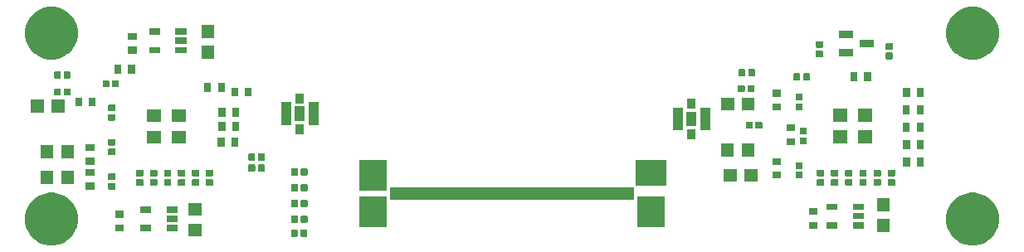
<source format=gbr>
G04 #@! TF.GenerationSoftware,KiCad,Pcbnew,5.1.5+dfsg1-2*
G04 #@! TF.CreationDate,2019-11-29T08:26:34+00:00*
G04 #@! TF.ProjectId,OV9281-Dual-Camera-Board,4f563932-3831-42d4-9475-616c2d43616d,rev?*
G04 #@! TF.SameCoordinates,Original*
G04 #@! TF.FileFunction,Soldermask,Top*
G04 #@! TF.FilePolarity,Negative*
%FSLAX46Y46*%
G04 Gerber Fmt 4.6, Leading zero omitted, Abs format (unit mm)*
G04 Created by KiCad (PCBNEW 5.1.5+dfsg1-2) date 2019-11-29 08:26:34*
%MOMM*%
%LPD*%
G04 APERTURE LIST*
%ADD10C,0.100000*%
G04 APERTURE END LIST*
D10*
G36*
X197787852Y-119402797D02*
G01*
X198279402Y-119606404D01*
X198279403Y-119606405D01*
X198721787Y-119901996D01*
X199098004Y-120278213D01*
X199295512Y-120573805D01*
X199393596Y-120720598D01*
X199597203Y-121212148D01*
X199701000Y-121733973D01*
X199701000Y-122266027D01*
X199597203Y-122787852D01*
X199393596Y-123279402D01*
X199393595Y-123279403D01*
X199098004Y-123721787D01*
X198721787Y-124098004D01*
X198426195Y-124295512D01*
X198279402Y-124393596D01*
X197787852Y-124597203D01*
X197266027Y-124701000D01*
X196733973Y-124701000D01*
X196212148Y-124597203D01*
X195720598Y-124393596D01*
X195573805Y-124295512D01*
X195278213Y-124098004D01*
X194901996Y-123721787D01*
X194606405Y-123279403D01*
X194606404Y-123279402D01*
X194402797Y-122787852D01*
X194299000Y-122266027D01*
X194299000Y-121733973D01*
X194402797Y-121212148D01*
X194606404Y-120720598D01*
X194704488Y-120573805D01*
X194901996Y-120278213D01*
X195278213Y-119901996D01*
X195720597Y-119606405D01*
X195720598Y-119606404D01*
X196212148Y-119402797D01*
X196733973Y-119299000D01*
X197266027Y-119299000D01*
X197787852Y-119402797D01*
G37*
G36*
X103787852Y-119402797D02*
G01*
X104279402Y-119606404D01*
X104279403Y-119606405D01*
X104721787Y-119901996D01*
X105098004Y-120278213D01*
X105295512Y-120573805D01*
X105393596Y-120720598D01*
X105597203Y-121212148D01*
X105701000Y-121733973D01*
X105701000Y-122266027D01*
X105597203Y-122787852D01*
X105393596Y-123279402D01*
X105393595Y-123279403D01*
X105098004Y-123721787D01*
X104721787Y-124098004D01*
X104426195Y-124295512D01*
X104279402Y-124393596D01*
X103787852Y-124597203D01*
X103266027Y-124701000D01*
X102733973Y-124701000D01*
X102212148Y-124597203D01*
X101720598Y-124393596D01*
X101573805Y-124295512D01*
X101278213Y-124098004D01*
X100901996Y-123721787D01*
X100606405Y-123279403D01*
X100606404Y-123279402D01*
X100402797Y-122787852D01*
X100299000Y-122266027D01*
X100299000Y-121733973D01*
X100402797Y-121212148D01*
X100606404Y-120720598D01*
X100704488Y-120573805D01*
X100901996Y-120278213D01*
X101278213Y-119901996D01*
X101720597Y-119606405D01*
X101720598Y-119606404D01*
X102212148Y-119402797D01*
X102733973Y-119299000D01*
X103266027Y-119299000D01*
X103787852Y-119402797D01*
G37*
G36*
X128041938Y-123075716D02*
G01*
X128062557Y-123081971D01*
X128081553Y-123092124D01*
X128098208Y-123105792D01*
X128111876Y-123122447D01*
X128122029Y-123141443D01*
X128128284Y-123162062D01*
X128131000Y-123189640D01*
X128131000Y-123698360D01*
X128128284Y-123725938D01*
X128122029Y-123746557D01*
X128111876Y-123765553D01*
X128098208Y-123782208D01*
X128081553Y-123795876D01*
X128062557Y-123806029D01*
X128041938Y-123812284D01*
X128014360Y-123815000D01*
X127555640Y-123815000D01*
X127528062Y-123812284D01*
X127507443Y-123806029D01*
X127488447Y-123795876D01*
X127471792Y-123782208D01*
X127458124Y-123765553D01*
X127447971Y-123746557D01*
X127441716Y-123725938D01*
X127439000Y-123698360D01*
X127439000Y-123189640D01*
X127441716Y-123162062D01*
X127447971Y-123141443D01*
X127458124Y-123122447D01*
X127471792Y-123105792D01*
X127488447Y-123092124D01*
X127507443Y-123081971D01*
X127528062Y-123075716D01*
X127555640Y-123073000D01*
X128014360Y-123073000D01*
X128041938Y-123075716D01*
G37*
G36*
X129011938Y-123075716D02*
G01*
X129032557Y-123081971D01*
X129051553Y-123092124D01*
X129068208Y-123105792D01*
X129081876Y-123122447D01*
X129092029Y-123141443D01*
X129098284Y-123162062D01*
X129101000Y-123189640D01*
X129101000Y-123698360D01*
X129098284Y-123725938D01*
X129092029Y-123746557D01*
X129081876Y-123765553D01*
X129068208Y-123782208D01*
X129051553Y-123795876D01*
X129032557Y-123806029D01*
X129011938Y-123812284D01*
X128984360Y-123815000D01*
X128525640Y-123815000D01*
X128498062Y-123812284D01*
X128477443Y-123806029D01*
X128458447Y-123795876D01*
X128441792Y-123782208D01*
X128428124Y-123765553D01*
X128417971Y-123746557D01*
X128411716Y-123725938D01*
X128409000Y-123698360D01*
X128409000Y-123189640D01*
X128411716Y-123162062D01*
X128417971Y-123141443D01*
X128428124Y-123122447D01*
X128441792Y-123105792D01*
X128458447Y-123092124D01*
X128477443Y-123081971D01*
X128498062Y-123075716D01*
X128525640Y-123073000D01*
X128984360Y-123073000D01*
X129011938Y-123075716D01*
G37*
G36*
X118307000Y-123775000D02*
G01*
X117005000Y-123775000D01*
X117005000Y-122473000D01*
X118307000Y-122473000D01*
X118307000Y-123775000D01*
G37*
G36*
X188529000Y-123291000D02*
G01*
X187227000Y-123291000D01*
X187227000Y-121989000D01*
X188529000Y-121989000D01*
X188529000Y-123291000D01*
G37*
G36*
X110407000Y-123275000D02*
G01*
X109505000Y-123275000D01*
X109505000Y-122573000D01*
X110407000Y-122573000D01*
X110407000Y-123275000D01*
G37*
G36*
X113207000Y-123250000D02*
G01*
X112105000Y-123250000D01*
X112105000Y-122598000D01*
X113207000Y-122598000D01*
X113207000Y-123250000D01*
G37*
G36*
X115907000Y-123250000D02*
G01*
X114805000Y-123250000D01*
X114805000Y-122598000D01*
X115907000Y-122598000D01*
X115907000Y-123250000D01*
G37*
G36*
X181179000Y-122991000D02*
G01*
X180277000Y-122991000D01*
X180277000Y-122289000D01*
X181179000Y-122289000D01*
X181179000Y-122991000D01*
G37*
G36*
X185929000Y-122966000D02*
G01*
X184827000Y-122966000D01*
X184827000Y-122314000D01*
X185929000Y-122314000D01*
X185929000Y-122966000D01*
G37*
G36*
X183229000Y-122966000D02*
G01*
X182127000Y-122966000D01*
X182127000Y-122314000D01*
X183229000Y-122314000D01*
X183229000Y-122966000D01*
G37*
G36*
X165601000Y-122801000D02*
G01*
X162799000Y-122801000D01*
X162799000Y-119699000D01*
X165601000Y-119699000D01*
X165601000Y-122801000D01*
G37*
G36*
X137201000Y-122801000D02*
G01*
X134399000Y-122801000D01*
X134399000Y-119699000D01*
X137201000Y-119699000D01*
X137201000Y-122801000D01*
G37*
G36*
X129054937Y-121648717D02*
G01*
X129075556Y-121654972D01*
X129094552Y-121665125D01*
X129111207Y-121678793D01*
X129124875Y-121695448D01*
X129135028Y-121714444D01*
X129141283Y-121735063D01*
X129143999Y-121762641D01*
X129143999Y-122271361D01*
X129141283Y-122298939D01*
X129135028Y-122319558D01*
X129124875Y-122338554D01*
X129111207Y-122355209D01*
X129094552Y-122368877D01*
X129075556Y-122379030D01*
X129054937Y-122385285D01*
X129027359Y-122388001D01*
X128568639Y-122388001D01*
X128541061Y-122385285D01*
X128520442Y-122379030D01*
X128501446Y-122368877D01*
X128484791Y-122355209D01*
X128471123Y-122338554D01*
X128460970Y-122319558D01*
X128454715Y-122298939D01*
X128451999Y-122271361D01*
X128451999Y-121762641D01*
X128454715Y-121735063D01*
X128460970Y-121714444D01*
X128471123Y-121695448D01*
X128484791Y-121678793D01*
X128501446Y-121665125D01*
X128520442Y-121654972D01*
X128541061Y-121648717D01*
X128568639Y-121646001D01*
X129027359Y-121646001D01*
X129054937Y-121648717D01*
G37*
G36*
X128084937Y-121648717D02*
G01*
X128105556Y-121654972D01*
X128124552Y-121665125D01*
X128141207Y-121678793D01*
X128154875Y-121695448D01*
X128165028Y-121714444D01*
X128171283Y-121735063D01*
X128173999Y-121762641D01*
X128173999Y-122271361D01*
X128171283Y-122298939D01*
X128165028Y-122319558D01*
X128154875Y-122338554D01*
X128141207Y-122355209D01*
X128124552Y-122368877D01*
X128105556Y-122379030D01*
X128084937Y-122385285D01*
X128057359Y-122388001D01*
X127598639Y-122388001D01*
X127571061Y-122385285D01*
X127550442Y-122379030D01*
X127531446Y-122368877D01*
X127514791Y-122355209D01*
X127501123Y-122338554D01*
X127490970Y-122319558D01*
X127484715Y-122298939D01*
X127481999Y-122271361D01*
X127481999Y-121762641D01*
X127484715Y-121735063D01*
X127490970Y-121714444D01*
X127501123Y-121695448D01*
X127514791Y-121678793D01*
X127531446Y-121665125D01*
X127550442Y-121654972D01*
X127571061Y-121648717D01*
X127598639Y-121646001D01*
X128057359Y-121646001D01*
X128084937Y-121648717D01*
G37*
G36*
X115907000Y-122300000D02*
G01*
X114805000Y-122300000D01*
X114805000Y-121648000D01*
X115907000Y-121648000D01*
X115907000Y-122300000D01*
G37*
G36*
X185929000Y-122016000D02*
G01*
X184827000Y-122016000D01*
X184827000Y-121364000D01*
X185929000Y-121364000D01*
X185929000Y-122016000D01*
G37*
G36*
X110407000Y-121875000D02*
G01*
X109505000Y-121875000D01*
X109505000Y-121173000D01*
X110407000Y-121173000D01*
X110407000Y-121875000D01*
G37*
G36*
X118307000Y-121675000D02*
G01*
X117005000Y-121675000D01*
X117005000Y-120373000D01*
X118307000Y-120373000D01*
X118307000Y-121675000D01*
G37*
G36*
X181179000Y-121591000D02*
G01*
X180277000Y-121591000D01*
X180277000Y-120889000D01*
X181179000Y-120889000D01*
X181179000Y-121591000D01*
G37*
G36*
X115907000Y-121350000D02*
G01*
X114805000Y-121350000D01*
X114805000Y-120698000D01*
X115907000Y-120698000D01*
X115907000Y-121350000D01*
G37*
G36*
X113207000Y-121350000D02*
G01*
X112105000Y-121350000D01*
X112105000Y-120698000D01*
X113207000Y-120698000D01*
X113207000Y-121350000D01*
G37*
G36*
X188529000Y-121191000D02*
G01*
X187227000Y-121191000D01*
X187227000Y-119889000D01*
X188529000Y-119889000D01*
X188529000Y-121191000D01*
G37*
G36*
X183229000Y-121066000D02*
G01*
X182127000Y-121066000D01*
X182127000Y-120414000D01*
X183229000Y-120414000D01*
X183229000Y-121066000D01*
G37*
G36*
X185929000Y-121066000D02*
G01*
X184827000Y-121066000D01*
X184827000Y-120414000D01*
X185929000Y-120414000D01*
X185929000Y-121066000D01*
G37*
G36*
X129054937Y-120036967D02*
G01*
X129075556Y-120043222D01*
X129094552Y-120053375D01*
X129111207Y-120067043D01*
X129124875Y-120083698D01*
X129135028Y-120102694D01*
X129141283Y-120123313D01*
X129143999Y-120150891D01*
X129143999Y-120659611D01*
X129141283Y-120687189D01*
X129135028Y-120707808D01*
X129124875Y-120726804D01*
X129111207Y-120743459D01*
X129094552Y-120757127D01*
X129075556Y-120767280D01*
X129054937Y-120773535D01*
X129027359Y-120776251D01*
X128568639Y-120776251D01*
X128541061Y-120773535D01*
X128520442Y-120767280D01*
X128501446Y-120757127D01*
X128484791Y-120743459D01*
X128471123Y-120726804D01*
X128460970Y-120707808D01*
X128454715Y-120687189D01*
X128451999Y-120659611D01*
X128451999Y-120150891D01*
X128454715Y-120123313D01*
X128460970Y-120102694D01*
X128471123Y-120083698D01*
X128484791Y-120067043D01*
X128501446Y-120053375D01*
X128520442Y-120043222D01*
X128541061Y-120036967D01*
X128568639Y-120034251D01*
X129027359Y-120034251D01*
X129054937Y-120036967D01*
G37*
G36*
X128084937Y-120036967D02*
G01*
X128105556Y-120043222D01*
X128124552Y-120053375D01*
X128141207Y-120067043D01*
X128154875Y-120083698D01*
X128165028Y-120102694D01*
X128171283Y-120123313D01*
X128173999Y-120150891D01*
X128173999Y-120659611D01*
X128171283Y-120687189D01*
X128165028Y-120707808D01*
X128154875Y-120726804D01*
X128141207Y-120743459D01*
X128124552Y-120757127D01*
X128105556Y-120767280D01*
X128084937Y-120773535D01*
X128057359Y-120776251D01*
X127598639Y-120776251D01*
X127571061Y-120773535D01*
X127550442Y-120767280D01*
X127531446Y-120757127D01*
X127514791Y-120743459D01*
X127501123Y-120726804D01*
X127490970Y-120707808D01*
X127484715Y-120687189D01*
X127481999Y-120659611D01*
X127481999Y-120150891D01*
X127484715Y-120123313D01*
X127490970Y-120102694D01*
X127501123Y-120083698D01*
X127514791Y-120067043D01*
X127531446Y-120053375D01*
X127550442Y-120043222D01*
X127571061Y-120036967D01*
X127598639Y-120034251D01*
X128057359Y-120034251D01*
X128084937Y-120036967D01*
G37*
G36*
X162451000Y-120051000D02*
G01*
X137549000Y-120051000D01*
X137549000Y-118749000D01*
X162451000Y-118749000D01*
X162451000Y-120051000D01*
G37*
G36*
X128084937Y-118425217D02*
G01*
X128105556Y-118431472D01*
X128124552Y-118441625D01*
X128141207Y-118455293D01*
X128154875Y-118471948D01*
X128165028Y-118490944D01*
X128171283Y-118511563D01*
X128173999Y-118539141D01*
X128173999Y-119047861D01*
X128171283Y-119075439D01*
X128165028Y-119096058D01*
X128154875Y-119115054D01*
X128141207Y-119131709D01*
X128124552Y-119145377D01*
X128105556Y-119155530D01*
X128084937Y-119161785D01*
X128057359Y-119164501D01*
X127598639Y-119164501D01*
X127571061Y-119161785D01*
X127550442Y-119155530D01*
X127531446Y-119145377D01*
X127514791Y-119131709D01*
X127501123Y-119115054D01*
X127490970Y-119096058D01*
X127484715Y-119075439D01*
X127481999Y-119047861D01*
X127481999Y-118539141D01*
X127484715Y-118511563D01*
X127490970Y-118490944D01*
X127501123Y-118471948D01*
X127514791Y-118455293D01*
X127531446Y-118441625D01*
X127550442Y-118431472D01*
X127571061Y-118425217D01*
X127598639Y-118422501D01*
X128057359Y-118422501D01*
X128084937Y-118425217D01*
G37*
G36*
X129054937Y-118425217D02*
G01*
X129075556Y-118431472D01*
X129094552Y-118441625D01*
X129111207Y-118455293D01*
X129124875Y-118471948D01*
X129135028Y-118490944D01*
X129141283Y-118511563D01*
X129143999Y-118539141D01*
X129143999Y-119047861D01*
X129141283Y-119075439D01*
X129135028Y-119096058D01*
X129124875Y-119115054D01*
X129111207Y-119131709D01*
X129094552Y-119145377D01*
X129075556Y-119155530D01*
X129054937Y-119161785D01*
X129027359Y-119164501D01*
X128568639Y-119164501D01*
X128541061Y-119161785D01*
X128520442Y-119155530D01*
X128501446Y-119145377D01*
X128484791Y-119131709D01*
X128471123Y-119115054D01*
X128460970Y-119096058D01*
X128454715Y-119075439D01*
X128451999Y-119047861D01*
X128451999Y-118539141D01*
X128454715Y-118511563D01*
X128460970Y-118490944D01*
X128471123Y-118471948D01*
X128484791Y-118455293D01*
X128501446Y-118441625D01*
X128520442Y-118431472D01*
X128541061Y-118425217D01*
X128568639Y-118422501D01*
X129027359Y-118422501D01*
X129054937Y-118425217D01*
G37*
G36*
X137201000Y-119101000D02*
G01*
X134399000Y-119101000D01*
X134399000Y-115999000D01*
X137201000Y-115999000D01*
X137201000Y-119101000D01*
G37*
G36*
X107421000Y-118991000D02*
G01*
X106519000Y-118991000D01*
X106519000Y-118289000D01*
X107421000Y-118289000D01*
X107421000Y-118991000D01*
G37*
G36*
X109431938Y-118301716D02*
G01*
X109452557Y-118307971D01*
X109471553Y-118318124D01*
X109488208Y-118331792D01*
X109501876Y-118348447D01*
X109512029Y-118367443D01*
X109518284Y-118388062D01*
X109521000Y-118415640D01*
X109521000Y-118874360D01*
X109518284Y-118901938D01*
X109512029Y-118922557D01*
X109501876Y-118941553D01*
X109488208Y-118958208D01*
X109471553Y-118971876D01*
X109452557Y-118982029D01*
X109431938Y-118988284D01*
X109404360Y-118991000D01*
X108895640Y-118991000D01*
X108868062Y-118988284D01*
X108847443Y-118982029D01*
X108828447Y-118971876D01*
X108811792Y-118958208D01*
X108798124Y-118941553D01*
X108787971Y-118922557D01*
X108781716Y-118901938D01*
X108779000Y-118874360D01*
X108779000Y-118415640D01*
X108781716Y-118388062D01*
X108787971Y-118367443D01*
X108798124Y-118348447D01*
X108811792Y-118331792D01*
X108828447Y-118318124D01*
X108847443Y-118307971D01*
X108868062Y-118301716D01*
X108895640Y-118299000D01*
X109404360Y-118299000D01*
X109431938Y-118301716D01*
G37*
G36*
X184644114Y-117925716D02*
G01*
X184664733Y-117931971D01*
X184683729Y-117942124D01*
X184700384Y-117955792D01*
X184714052Y-117972447D01*
X184724205Y-117991443D01*
X184730460Y-118012062D01*
X184733176Y-118039640D01*
X184733176Y-118498360D01*
X184730460Y-118525938D01*
X184724205Y-118546557D01*
X184714052Y-118565553D01*
X184700384Y-118582208D01*
X184683729Y-118595876D01*
X184664733Y-118606029D01*
X184644114Y-118612284D01*
X184616536Y-118615000D01*
X184107816Y-118615000D01*
X184080238Y-118612284D01*
X184059619Y-118606029D01*
X184040623Y-118595876D01*
X184023968Y-118582208D01*
X184010300Y-118565553D01*
X184000147Y-118546557D01*
X183993892Y-118525938D01*
X183991176Y-118498360D01*
X183991176Y-118039640D01*
X183993892Y-118012062D01*
X184000147Y-117991443D01*
X184010300Y-117972447D01*
X184023968Y-117955792D01*
X184040623Y-117942124D01*
X184059619Y-117931971D01*
X184080238Y-117925716D01*
X184107816Y-117923000D01*
X184616536Y-117923000D01*
X184644114Y-117925716D01*
G37*
G36*
X189003938Y-117925716D02*
G01*
X189024557Y-117931971D01*
X189043553Y-117942124D01*
X189060208Y-117955792D01*
X189073876Y-117972447D01*
X189084029Y-117991443D01*
X189090284Y-118012062D01*
X189093000Y-118039640D01*
X189093000Y-118498360D01*
X189090284Y-118525938D01*
X189084029Y-118546557D01*
X189073876Y-118565553D01*
X189060208Y-118582208D01*
X189043553Y-118595876D01*
X189024557Y-118606029D01*
X189003938Y-118612284D01*
X188976360Y-118615000D01*
X188467640Y-118615000D01*
X188440062Y-118612284D01*
X188419443Y-118606029D01*
X188400447Y-118595876D01*
X188383792Y-118582208D01*
X188370124Y-118565553D01*
X188359971Y-118546557D01*
X188353716Y-118525938D01*
X188351000Y-118498360D01*
X188351000Y-118039640D01*
X188353716Y-118012062D01*
X188359971Y-117991443D01*
X188370124Y-117972447D01*
X188383792Y-117955792D01*
X188400447Y-117942124D01*
X188419443Y-117931971D01*
X188440062Y-117925716D01*
X188467640Y-117923000D01*
X188976360Y-117923000D01*
X189003938Y-117925716D01*
G37*
G36*
X187550662Y-117925716D02*
G01*
X187571281Y-117931971D01*
X187590277Y-117942124D01*
X187606932Y-117955792D01*
X187620600Y-117972447D01*
X187630753Y-117991443D01*
X187637008Y-118012062D01*
X187639724Y-118039640D01*
X187639724Y-118498360D01*
X187637008Y-118525938D01*
X187630753Y-118546557D01*
X187620600Y-118565553D01*
X187606932Y-118582208D01*
X187590277Y-118595876D01*
X187571281Y-118606029D01*
X187550662Y-118612284D01*
X187523084Y-118615000D01*
X187014364Y-118615000D01*
X186986786Y-118612284D01*
X186966167Y-118606029D01*
X186947171Y-118595876D01*
X186930516Y-118582208D01*
X186916848Y-118565553D01*
X186906695Y-118546557D01*
X186900440Y-118525938D01*
X186897724Y-118498360D01*
X186897724Y-118039640D01*
X186900440Y-118012062D01*
X186906695Y-117991443D01*
X186916848Y-117972447D01*
X186930516Y-117955792D01*
X186947171Y-117942124D01*
X186966167Y-117931971D01*
X186986786Y-117925716D01*
X187014364Y-117923000D01*
X187523084Y-117923000D01*
X187550662Y-117925716D01*
G37*
G36*
X183190840Y-117925716D02*
G01*
X183211459Y-117931971D01*
X183230455Y-117942124D01*
X183247110Y-117955792D01*
X183260778Y-117972447D01*
X183270931Y-117991443D01*
X183277186Y-118012062D01*
X183279902Y-118039640D01*
X183279902Y-118498360D01*
X183277186Y-118525938D01*
X183270931Y-118546557D01*
X183260778Y-118565553D01*
X183247110Y-118582208D01*
X183230455Y-118595876D01*
X183211459Y-118606029D01*
X183190840Y-118612284D01*
X183163262Y-118615000D01*
X182654542Y-118615000D01*
X182626964Y-118612284D01*
X182606345Y-118606029D01*
X182587349Y-118595876D01*
X182570694Y-118582208D01*
X182557026Y-118565553D01*
X182546873Y-118546557D01*
X182540618Y-118525938D01*
X182537902Y-118498360D01*
X182537902Y-118039640D01*
X182540618Y-118012062D01*
X182546873Y-117991443D01*
X182557026Y-117972447D01*
X182570694Y-117955792D01*
X182587349Y-117942124D01*
X182606345Y-117931971D01*
X182626964Y-117925716D01*
X182654542Y-117923000D01*
X183163262Y-117923000D01*
X183190840Y-117925716D01*
G37*
G36*
X181737566Y-117925716D02*
G01*
X181758185Y-117931971D01*
X181777181Y-117942124D01*
X181793836Y-117955792D01*
X181807504Y-117972447D01*
X181817657Y-117991443D01*
X181823912Y-118012062D01*
X181826628Y-118039640D01*
X181826628Y-118498360D01*
X181823912Y-118525938D01*
X181817657Y-118546557D01*
X181807504Y-118565553D01*
X181793836Y-118582208D01*
X181777181Y-118595876D01*
X181758185Y-118606029D01*
X181737566Y-118612284D01*
X181709988Y-118615000D01*
X181201268Y-118615000D01*
X181173690Y-118612284D01*
X181153071Y-118606029D01*
X181134075Y-118595876D01*
X181117420Y-118582208D01*
X181103752Y-118565553D01*
X181093599Y-118546557D01*
X181087344Y-118525938D01*
X181084628Y-118498360D01*
X181084628Y-118039640D01*
X181087344Y-118012062D01*
X181093599Y-117991443D01*
X181103752Y-117972447D01*
X181117420Y-117955792D01*
X181134075Y-117942124D01*
X181153071Y-117931971D01*
X181173690Y-117925716D01*
X181201268Y-117923000D01*
X181709988Y-117923000D01*
X181737566Y-117925716D01*
G37*
G36*
X186097388Y-117925716D02*
G01*
X186118007Y-117931971D01*
X186137003Y-117942124D01*
X186153658Y-117955792D01*
X186167326Y-117972447D01*
X186177479Y-117991443D01*
X186183734Y-118012062D01*
X186186450Y-118039640D01*
X186186450Y-118498360D01*
X186183734Y-118525938D01*
X186177479Y-118546557D01*
X186167326Y-118565553D01*
X186153658Y-118582208D01*
X186137003Y-118595876D01*
X186118007Y-118606029D01*
X186097388Y-118612284D01*
X186069810Y-118615000D01*
X185561090Y-118615000D01*
X185533512Y-118612284D01*
X185512893Y-118606029D01*
X185493897Y-118595876D01*
X185477242Y-118582208D01*
X185463574Y-118565553D01*
X185453421Y-118546557D01*
X185447166Y-118525938D01*
X185444450Y-118498360D01*
X185444450Y-118039640D01*
X185447166Y-118012062D01*
X185453421Y-117991443D01*
X185463574Y-117972447D01*
X185477242Y-117955792D01*
X185493897Y-117942124D01*
X185512893Y-117931971D01*
X185533512Y-117925716D01*
X185561090Y-117923000D01*
X186069810Y-117923000D01*
X186097388Y-117925716D01*
G37*
G36*
X116563138Y-117921716D02*
G01*
X116583757Y-117927971D01*
X116602753Y-117938124D01*
X116619408Y-117951792D01*
X116633076Y-117968447D01*
X116643229Y-117987443D01*
X116649484Y-118008062D01*
X116652200Y-118035640D01*
X116652200Y-118494360D01*
X116649484Y-118521938D01*
X116643229Y-118542557D01*
X116633076Y-118561553D01*
X116619408Y-118578208D01*
X116602753Y-118591876D01*
X116583757Y-118602029D01*
X116563138Y-118608284D01*
X116535560Y-118611000D01*
X116026840Y-118611000D01*
X115999262Y-118608284D01*
X115978643Y-118602029D01*
X115959647Y-118591876D01*
X115942992Y-118578208D01*
X115929324Y-118561553D01*
X115919171Y-118542557D01*
X115912916Y-118521938D01*
X115910200Y-118494360D01*
X115910200Y-118035640D01*
X115912916Y-118008062D01*
X115919171Y-117987443D01*
X115929324Y-117968447D01*
X115942992Y-117951792D01*
X115959647Y-117938124D01*
X115978643Y-117927971D01*
X115999262Y-117921716D01*
X116026840Y-117919000D01*
X116535560Y-117919000D01*
X116563138Y-117921716D01*
G37*
G36*
X115140738Y-117921716D02*
G01*
X115161357Y-117927971D01*
X115180353Y-117938124D01*
X115197008Y-117951792D01*
X115210676Y-117968447D01*
X115220829Y-117987443D01*
X115227084Y-118008062D01*
X115229800Y-118035640D01*
X115229800Y-118494360D01*
X115227084Y-118521938D01*
X115220829Y-118542557D01*
X115210676Y-118561553D01*
X115197008Y-118578208D01*
X115180353Y-118591876D01*
X115161357Y-118602029D01*
X115140738Y-118608284D01*
X115113160Y-118611000D01*
X114604440Y-118611000D01*
X114576862Y-118608284D01*
X114556243Y-118602029D01*
X114537247Y-118591876D01*
X114520592Y-118578208D01*
X114506924Y-118561553D01*
X114496771Y-118542557D01*
X114490516Y-118521938D01*
X114487800Y-118494360D01*
X114487800Y-118035640D01*
X114490516Y-118008062D01*
X114496771Y-117987443D01*
X114506924Y-117968447D01*
X114520592Y-117951792D01*
X114537247Y-117938124D01*
X114556243Y-117927971D01*
X114576862Y-117921716D01*
X114604440Y-117919000D01*
X115113160Y-117919000D01*
X115140738Y-117921716D01*
G37*
G36*
X113718338Y-117921716D02*
G01*
X113738957Y-117927971D01*
X113757953Y-117938124D01*
X113774608Y-117951792D01*
X113788276Y-117968447D01*
X113798429Y-117987443D01*
X113804684Y-118008062D01*
X113807400Y-118035640D01*
X113807400Y-118494360D01*
X113804684Y-118521938D01*
X113798429Y-118542557D01*
X113788276Y-118561553D01*
X113774608Y-118578208D01*
X113757953Y-118591876D01*
X113738957Y-118602029D01*
X113718338Y-118608284D01*
X113690760Y-118611000D01*
X113182040Y-118611000D01*
X113154462Y-118608284D01*
X113133843Y-118602029D01*
X113114847Y-118591876D01*
X113098192Y-118578208D01*
X113084524Y-118561553D01*
X113074371Y-118542557D01*
X113068116Y-118521938D01*
X113065400Y-118494360D01*
X113065400Y-118035640D01*
X113068116Y-118008062D01*
X113074371Y-117987443D01*
X113084524Y-117968447D01*
X113098192Y-117951792D01*
X113114847Y-117938124D01*
X113133843Y-117927971D01*
X113154462Y-117921716D01*
X113182040Y-117919000D01*
X113690760Y-117919000D01*
X113718338Y-117921716D01*
G37*
G36*
X112295938Y-117921716D02*
G01*
X112316557Y-117927971D01*
X112335553Y-117938124D01*
X112352208Y-117951792D01*
X112365876Y-117968447D01*
X112376029Y-117987443D01*
X112382284Y-118008062D01*
X112385000Y-118035640D01*
X112385000Y-118494360D01*
X112382284Y-118521938D01*
X112376029Y-118542557D01*
X112365876Y-118561553D01*
X112352208Y-118578208D01*
X112335553Y-118591876D01*
X112316557Y-118602029D01*
X112295938Y-118608284D01*
X112268360Y-118611000D01*
X111759640Y-118611000D01*
X111732062Y-118608284D01*
X111711443Y-118602029D01*
X111692447Y-118591876D01*
X111675792Y-118578208D01*
X111662124Y-118561553D01*
X111651971Y-118542557D01*
X111645716Y-118521938D01*
X111643000Y-118494360D01*
X111643000Y-118035640D01*
X111645716Y-118008062D01*
X111651971Y-117987443D01*
X111662124Y-117968447D01*
X111675792Y-117951792D01*
X111692447Y-117938124D01*
X111711443Y-117927971D01*
X111732062Y-117921716D01*
X111759640Y-117919000D01*
X112268360Y-117919000D01*
X112295938Y-117921716D01*
G37*
G36*
X117985538Y-117921716D02*
G01*
X118006157Y-117927971D01*
X118025153Y-117938124D01*
X118041808Y-117951792D01*
X118055476Y-117968447D01*
X118065629Y-117987443D01*
X118071884Y-118008062D01*
X118074600Y-118035640D01*
X118074600Y-118494360D01*
X118071884Y-118521938D01*
X118065629Y-118542557D01*
X118055476Y-118561553D01*
X118041808Y-118578208D01*
X118025153Y-118591876D01*
X118006157Y-118602029D01*
X117985538Y-118608284D01*
X117957960Y-118611000D01*
X117449240Y-118611000D01*
X117421662Y-118608284D01*
X117401043Y-118602029D01*
X117382047Y-118591876D01*
X117365392Y-118578208D01*
X117351724Y-118561553D01*
X117341571Y-118542557D01*
X117335316Y-118521938D01*
X117332600Y-118494360D01*
X117332600Y-118035640D01*
X117335316Y-118008062D01*
X117341571Y-117987443D01*
X117351724Y-117968447D01*
X117365392Y-117951792D01*
X117382047Y-117938124D01*
X117401043Y-117927971D01*
X117421662Y-117921716D01*
X117449240Y-117919000D01*
X117957960Y-117919000D01*
X117985538Y-117921716D01*
G37*
G36*
X119407938Y-117921716D02*
G01*
X119428557Y-117927971D01*
X119447553Y-117938124D01*
X119464208Y-117951792D01*
X119477876Y-117968447D01*
X119488029Y-117987443D01*
X119494284Y-118008062D01*
X119497000Y-118035640D01*
X119497000Y-118494360D01*
X119494284Y-118521938D01*
X119488029Y-118542557D01*
X119477876Y-118561553D01*
X119464208Y-118578208D01*
X119447553Y-118591876D01*
X119428557Y-118602029D01*
X119407938Y-118608284D01*
X119380360Y-118611000D01*
X118871640Y-118611000D01*
X118844062Y-118608284D01*
X118823443Y-118602029D01*
X118804447Y-118591876D01*
X118787792Y-118578208D01*
X118774124Y-118561553D01*
X118763971Y-118542557D01*
X118757716Y-118521938D01*
X118755000Y-118494360D01*
X118755000Y-118035640D01*
X118757716Y-118008062D01*
X118763971Y-117987443D01*
X118774124Y-117968447D01*
X118787792Y-117951792D01*
X118804447Y-117938124D01*
X118823443Y-117927971D01*
X118844062Y-117921716D01*
X118871640Y-117919000D01*
X119380360Y-117919000D01*
X119407938Y-117921716D01*
G37*
G36*
X165751000Y-118601000D02*
G01*
X162649000Y-118601000D01*
X162649000Y-115999000D01*
X165751000Y-115999000D01*
X165751000Y-118601000D01*
G37*
G36*
X105311000Y-118401000D02*
G01*
X104009000Y-118401000D01*
X104009000Y-117099000D01*
X105311000Y-117099000D01*
X105311000Y-118401000D01*
G37*
G36*
X103211000Y-118401000D02*
G01*
X101909000Y-118401000D01*
X101909000Y-117099000D01*
X103211000Y-117099000D01*
X103211000Y-118401000D01*
G37*
G36*
X175021000Y-118161000D02*
G01*
X173719000Y-118161000D01*
X173719000Y-116859000D01*
X175021000Y-116859000D01*
X175021000Y-118161000D01*
G37*
G36*
X172921000Y-118161000D02*
G01*
X171619000Y-118161000D01*
X171619000Y-116859000D01*
X172921000Y-116859000D01*
X172921000Y-118161000D01*
G37*
G36*
X109431938Y-117331716D02*
G01*
X109452557Y-117337971D01*
X109471553Y-117348124D01*
X109488208Y-117361792D01*
X109501876Y-117378447D01*
X109512029Y-117397443D01*
X109518284Y-117418062D01*
X109521000Y-117445640D01*
X109521000Y-117904360D01*
X109518284Y-117931938D01*
X109512029Y-117952557D01*
X109501876Y-117971553D01*
X109488208Y-117988208D01*
X109471553Y-118001876D01*
X109452557Y-118012029D01*
X109431938Y-118018284D01*
X109404360Y-118021000D01*
X108895640Y-118021000D01*
X108868062Y-118018284D01*
X108847443Y-118012029D01*
X108828447Y-118001876D01*
X108811792Y-117988208D01*
X108798124Y-117971553D01*
X108787971Y-117952557D01*
X108781716Y-117931938D01*
X108779000Y-117904360D01*
X108779000Y-117445640D01*
X108781716Y-117418062D01*
X108787971Y-117397443D01*
X108798124Y-117378447D01*
X108811792Y-117361792D01*
X108828447Y-117348124D01*
X108847443Y-117337971D01*
X108868062Y-117331716D01*
X108895640Y-117329000D01*
X109404360Y-117329000D01*
X109431938Y-117331716D01*
G37*
G36*
X179575463Y-117181454D02*
G01*
X179596082Y-117187709D01*
X179615078Y-117197862D01*
X179631733Y-117211530D01*
X179645401Y-117228185D01*
X179655554Y-117247181D01*
X179661809Y-117267800D01*
X179664525Y-117295378D01*
X179664525Y-117754098D01*
X179661809Y-117781676D01*
X179655554Y-117802295D01*
X179645401Y-117821291D01*
X179631733Y-117837946D01*
X179615078Y-117851614D01*
X179596082Y-117861767D01*
X179575463Y-117868022D01*
X179547885Y-117870738D01*
X179039165Y-117870738D01*
X179011587Y-117868022D01*
X178990968Y-117861767D01*
X178971972Y-117851614D01*
X178955317Y-117837946D01*
X178941649Y-117821291D01*
X178931496Y-117802295D01*
X178925241Y-117781676D01*
X178922525Y-117754098D01*
X178922525Y-117295378D01*
X178925241Y-117267800D01*
X178931496Y-117247181D01*
X178941649Y-117228185D01*
X178955317Y-117211530D01*
X178971972Y-117197862D01*
X178990968Y-117187709D01*
X179011587Y-117181454D01*
X179039165Y-117178738D01*
X179547885Y-117178738D01*
X179575463Y-117181454D01*
G37*
G36*
X177471000Y-117870738D02*
G01*
X176569000Y-117870738D01*
X176569000Y-117168738D01*
X177471000Y-117168738D01*
X177471000Y-117870738D01*
G37*
G36*
X187550662Y-116955716D02*
G01*
X187571281Y-116961971D01*
X187590277Y-116972124D01*
X187606932Y-116985792D01*
X187620600Y-117002447D01*
X187630753Y-117021443D01*
X187637008Y-117042062D01*
X187639724Y-117069640D01*
X187639724Y-117528360D01*
X187637008Y-117555938D01*
X187630753Y-117576557D01*
X187620600Y-117595553D01*
X187606932Y-117612208D01*
X187590277Y-117625876D01*
X187571281Y-117636029D01*
X187550662Y-117642284D01*
X187523084Y-117645000D01*
X187014364Y-117645000D01*
X186986786Y-117642284D01*
X186966167Y-117636029D01*
X186947171Y-117625876D01*
X186930516Y-117612208D01*
X186916848Y-117595553D01*
X186906695Y-117576557D01*
X186900440Y-117555938D01*
X186897724Y-117528360D01*
X186897724Y-117069640D01*
X186900440Y-117042062D01*
X186906695Y-117021443D01*
X186916848Y-117002447D01*
X186930516Y-116985792D01*
X186947171Y-116972124D01*
X186966167Y-116961971D01*
X186986786Y-116955716D01*
X187014364Y-116953000D01*
X187523084Y-116953000D01*
X187550662Y-116955716D01*
G37*
G36*
X186097388Y-116955716D02*
G01*
X186118007Y-116961971D01*
X186137003Y-116972124D01*
X186153658Y-116985792D01*
X186167326Y-117002447D01*
X186177479Y-117021443D01*
X186183734Y-117042062D01*
X186186450Y-117069640D01*
X186186450Y-117528360D01*
X186183734Y-117555938D01*
X186177479Y-117576557D01*
X186167326Y-117595553D01*
X186153658Y-117612208D01*
X186137003Y-117625876D01*
X186118007Y-117636029D01*
X186097388Y-117642284D01*
X186069810Y-117645000D01*
X185561090Y-117645000D01*
X185533512Y-117642284D01*
X185512893Y-117636029D01*
X185493897Y-117625876D01*
X185477242Y-117612208D01*
X185463574Y-117595553D01*
X185453421Y-117576557D01*
X185447166Y-117555938D01*
X185444450Y-117528360D01*
X185444450Y-117069640D01*
X185447166Y-117042062D01*
X185453421Y-117021443D01*
X185463574Y-117002447D01*
X185477242Y-116985792D01*
X185493897Y-116972124D01*
X185512893Y-116961971D01*
X185533512Y-116955716D01*
X185561090Y-116953000D01*
X186069810Y-116953000D01*
X186097388Y-116955716D01*
G37*
G36*
X189003938Y-116955716D02*
G01*
X189024557Y-116961971D01*
X189043553Y-116972124D01*
X189060208Y-116985792D01*
X189073876Y-117002447D01*
X189084029Y-117021443D01*
X189090284Y-117042062D01*
X189093000Y-117069640D01*
X189093000Y-117528360D01*
X189090284Y-117555938D01*
X189084029Y-117576557D01*
X189073876Y-117595553D01*
X189060208Y-117612208D01*
X189043553Y-117625876D01*
X189024557Y-117636029D01*
X189003938Y-117642284D01*
X188976360Y-117645000D01*
X188467640Y-117645000D01*
X188440062Y-117642284D01*
X188419443Y-117636029D01*
X188400447Y-117625876D01*
X188383792Y-117612208D01*
X188370124Y-117595553D01*
X188359971Y-117576557D01*
X188353716Y-117555938D01*
X188351000Y-117528360D01*
X188351000Y-117069640D01*
X188353716Y-117042062D01*
X188359971Y-117021443D01*
X188370124Y-117002447D01*
X188383792Y-116985792D01*
X188400447Y-116972124D01*
X188419443Y-116961971D01*
X188440062Y-116955716D01*
X188467640Y-116953000D01*
X188976360Y-116953000D01*
X189003938Y-116955716D01*
G37*
G36*
X183190840Y-116955716D02*
G01*
X183211459Y-116961971D01*
X183230455Y-116972124D01*
X183247110Y-116985792D01*
X183260778Y-117002447D01*
X183270931Y-117021443D01*
X183277186Y-117042062D01*
X183279902Y-117069640D01*
X183279902Y-117528360D01*
X183277186Y-117555938D01*
X183270931Y-117576557D01*
X183260778Y-117595553D01*
X183247110Y-117612208D01*
X183230455Y-117625876D01*
X183211459Y-117636029D01*
X183190840Y-117642284D01*
X183163262Y-117645000D01*
X182654542Y-117645000D01*
X182626964Y-117642284D01*
X182606345Y-117636029D01*
X182587349Y-117625876D01*
X182570694Y-117612208D01*
X182557026Y-117595553D01*
X182546873Y-117576557D01*
X182540618Y-117555938D01*
X182537902Y-117528360D01*
X182537902Y-117069640D01*
X182540618Y-117042062D01*
X182546873Y-117021443D01*
X182557026Y-117002447D01*
X182570694Y-116985792D01*
X182587349Y-116972124D01*
X182606345Y-116961971D01*
X182626964Y-116955716D01*
X182654542Y-116953000D01*
X183163262Y-116953000D01*
X183190840Y-116955716D01*
G37*
G36*
X181737566Y-116955716D02*
G01*
X181758185Y-116961971D01*
X181777181Y-116972124D01*
X181793836Y-116985792D01*
X181807504Y-117002447D01*
X181817657Y-117021443D01*
X181823912Y-117042062D01*
X181826628Y-117069640D01*
X181826628Y-117528360D01*
X181823912Y-117555938D01*
X181817657Y-117576557D01*
X181807504Y-117595553D01*
X181793836Y-117612208D01*
X181777181Y-117625876D01*
X181758185Y-117636029D01*
X181737566Y-117642284D01*
X181709988Y-117645000D01*
X181201268Y-117645000D01*
X181173690Y-117642284D01*
X181153071Y-117636029D01*
X181134075Y-117625876D01*
X181117420Y-117612208D01*
X181103752Y-117595553D01*
X181093599Y-117576557D01*
X181087344Y-117555938D01*
X181084628Y-117528360D01*
X181084628Y-117069640D01*
X181087344Y-117042062D01*
X181093599Y-117021443D01*
X181103752Y-117002447D01*
X181117420Y-116985792D01*
X181134075Y-116972124D01*
X181153071Y-116961971D01*
X181173690Y-116955716D01*
X181201268Y-116953000D01*
X181709988Y-116953000D01*
X181737566Y-116955716D01*
G37*
G36*
X184644114Y-116955716D02*
G01*
X184664733Y-116961971D01*
X184683729Y-116972124D01*
X184700384Y-116985792D01*
X184714052Y-117002447D01*
X184724205Y-117021443D01*
X184730460Y-117042062D01*
X184733176Y-117069640D01*
X184733176Y-117528360D01*
X184730460Y-117555938D01*
X184724205Y-117576557D01*
X184714052Y-117595553D01*
X184700384Y-117612208D01*
X184683729Y-117625876D01*
X184664733Y-117636029D01*
X184644114Y-117642284D01*
X184616536Y-117645000D01*
X184107816Y-117645000D01*
X184080238Y-117642284D01*
X184059619Y-117636029D01*
X184040623Y-117625876D01*
X184023968Y-117612208D01*
X184010300Y-117595553D01*
X184000147Y-117576557D01*
X183993892Y-117555938D01*
X183991176Y-117528360D01*
X183991176Y-117069640D01*
X183993892Y-117042062D01*
X184000147Y-117021443D01*
X184010300Y-117002447D01*
X184023968Y-116985792D01*
X184040623Y-116972124D01*
X184059619Y-116961971D01*
X184080238Y-116955716D01*
X184107816Y-116953000D01*
X184616536Y-116953000D01*
X184644114Y-116955716D01*
G37*
G36*
X113718338Y-116951716D02*
G01*
X113738957Y-116957971D01*
X113757953Y-116968124D01*
X113774608Y-116981792D01*
X113788276Y-116998447D01*
X113798429Y-117017443D01*
X113804684Y-117038062D01*
X113807400Y-117065640D01*
X113807400Y-117524360D01*
X113804684Y-117551938D01*
X113798429Y-117572557D01*
X113788276Y-117591553D01*
X113774608Y-117608208D01*
X113757953Y-117621876D01*
X113738957Y-117632029D01*
X113718338Y-117638284D01*
X113690760Y-117641000D01*
X113182040Y-117641000D01*
X113154462Y-117638284D01*
X113133843Y-117632029D01*
X113114847Y-117621876D01*
X113098192Y-117608208D01*
X113084524Y-117591553D01*
X113074371Y-117572557D01*
X113068116Y-117551938D01*
X113065400Y-117524360D01*
X113065400Y-117065640D01*
X113068116Y-117038062D01*
X113074371Y-117017443D01*
X113084524Y-116998447D01*
X113098192Y-116981792D01*
X113114847Y-116968124D01*
X113133843Y-116957971D01*
X113154462Y-116951716D01*
X113182040Y-116949000D01*
X113690760Y-116949000D01*
X113718338Y-116951716D01*
G37*
G36*
X112295938Y-116951716D02*
G01*
X112316557Y-116957971D01*
X112335553Y-116968124D01*
X112352208Y-116981792D01*
X112365876Y-116998447D01*
X112376029Y-117017443D01*
X112382284Y-117038062D01*
X112385000Y-117065640D01*
X112385000Y-117524360D01*
X112382284Y-117551938D01*
X112376029Y-117572557D01*
X112365876Y-117591553D01*
X112352208Y-117608208D01*
X112335553Y-117621876D01*
X112316557Y-117632029D01*
X112295938Y-117638284D01*
X112268360Y-117641000D01*
X111759640Y-117641000D01*
X111732062Y-117638284D01*
X111711443Y-117632029D01*
X111692447Y-117621876D01*
X111675792Y-117608208D01*
X111662124Y-117591553D01*
X111651971Y-117572557D01*
X111645716Y-117551938D01*
X111643000Y-117524360D01*
X111643000Y-117065640D01*
X111645716Y-117038062D01*
X111651971Y-117017443D01*
X111662124Y-116998447D01*
X111675792Y-116981792D01*
X111692447Y-116968124D01*
X111711443Y-116957971D01*
X111732062Y-116951716D01*
X111759640Y-116949000D01*
X112268360Y-116949000D01*
X112295938Y-116951716D01*
G37*
G36*
X119407938Y-116951716D02*
G01*
X119428557Y-116957971D01*
X119447553Y-116968124D01*
X119464208Y-116981792D01*
X119477876Y-116998447D01*
X119488029Y-117017443D01*
X119494284Y-117038062D01*
X119497000Y-117065640D01*
X119497000Y-117524360D01*
X119494284Y-117551938D01*
X119488029Y-117572557D01*
X119477876Y-117591553D01*
X119464208Y-117608208D01*
X119447553Y-117621876D01*
X119428557Y-117632029D01*
X119407938Y-117638284D01*
X119380360Y-117641000D01*
X118871640Y-117641000D01*
X118844062Y-117638284D01*
X118823443Y-117632029D01*
X118804447Y-117621876D01*
X118787792Y-117608208D01*
X118774124Y-117591553D01*
X118763971Y-117572557D01*
X118757716Y-117551938D01*
X118755000Y-117524360D01*
X118755000Y-117065640D01*
X118757716Y-117038062D01*
X118763971Y-117017443D01*
X118774124Y-116998447D01*
X118787792Y-116981792D01*
X118804447Y-116968124D01*
X118823443Y-116957971D01*
X118844062Y-116951716D01*
X118871640Y-116949000D01*
X119380360Y-116949000D01*
X119407938Y-116951716D01*
G37*
G36*
X116563138Y-116951716D02*
G01*
X116583757Y-116957971D01*
X116602753Y-116968124D01*
X116619408Y-116981792D01*
X116633076Y-116998447D01*
X116643229Y-117017443D01*
X116649484Y-117038062D01*
X116652200Y-117065640D01*
X116652200Y-117524360D01*
X116649484Y-117551938D01*
X116643229Y-117572557D01*
X116633076Y-117591553D01*
X116619408Y-117608208D01*
X116602753Y-117621876D01*
X116583757Y-117632029D01*
X116563138Y-117638284D01*
X116535560Y-117641000D01*
X116026840Y-117641000D01*
X115999262Y-117638284D01*
X115978643Y-117632029D01*
X115959647Y-117621876D01*
X115942992Y-117608208D01*
X115929324Y-117591553D01*
X115919171Y-117572557D01*
X115912916Y-117551938D01*
X115910200Y-117524360D01*
X115910200Y-117065640D01*
X115912916Y-117038062D01*
X115919171Y-117017443D01*
X115929324Y-116998447D01*
X115942992Y-116981792D01*
X115959647Y-116968124D01*
X115978643Y-116957971D01*
X115999262Y-116951716D01*
X116026840Y-116949000D01*
X116535560Y-116949000D01*
X116563138Y-116951716D01*
G37*
G36*
X115140738Y-116951716D02*
G01*
X115161357Y-116957971D01*
X115180353Y-116968124D01*
X115197008Y-116981792D01*
X115210676Y-116998447D01*
X115220829Y-117017443D01*
X115227084Y-117038062D01*
X115229800Y-117065640D01*
X115229800Y-117524360D01*
X115227084Y-117551938D01*
X115220829Y-117572557D01*
X115210676Y-117591553D01*
X115197008Y-117608208D01*
X115180353Y-117621876D01*
X115161357Y-117632029D01*
X115140738Y-117638284D01*
X115113160Y-117641000D01*
X114604440Y-117641000D01*
X114576862Y-117638284D01*
X114556243Y-117632029D01*
X114537247Y-117621876D01*
X114520592Y-117608208D01*
X114506924Y-117591553D01*
X114496771Y-117572557D01*
X114490516Y-117551938D01*
X114487800Y-117524360D01*
X114487800Y-117065640D01*
X114490516Y-117038062D01*
X114496771Y-117017443D01*
X114506924Y-116998447D01*
X114520592Y-116981792D01*
X114537247Y-116968124D01*
X114556243Y-116957971D01*
X114576862Y-116951716D01*
X114604440Y-116949000D01*
X115113160Y-116949000D01*
X115140738Y-116951716D01*
G37*
G36*
X117985538Y-116951716D02*
G01*
X118006157Y-116957971D01*
X118025153Y-116968124D01*
X118041808Y-116981792D01*
X118055476Y-116998447D01*
X118065629Y-117017443D01*
X118071884Y-117038062D01*
X118074600Y-117065640D01*
X118074600Y-117524360D01*
X118071884Y-117551938D01*
X118065629Y-117572557D01*
X118055476Y-117591553D01*
X118041808Y-117608208D01*
X118025153Y-117621876D01*
X118006157Y-117632029D01*
X117985538Y-117638284D01*
X117957960Y-117641000D01*
X117449240Y-117641000D01*
X117421662Y-117638284D01*
X117401043Y-117632029D01*
X117382047Y-117621876D01*
X117365392Y-117608208D01*
X117351724Y-117591553D01*
X117341571Y-117572557D01*
X117335316Y-117551938D01*
X117332600Y-117524360D01*
X117332600Y-117065640D01*
X117335316Y-117038062D01*
X117341571Y-117017443D01*
X117351724Y-116998447D01*
X117365392Y-116981792D01*
X117382047Y-116968124D01*
X117401043Y-116957971D01*
X117421662Y-116951716D01*
X117449240Y-116949000D01*
X117957960Y-116949000D01*
X117985538Y-116951716D01*
G37*
G36*
X107421000Y-117591000D02*
G01*
X106519000Y-117591000D01*
X106519000Y-116889000D01*
X107421000Y-116889000D01*
X107421000Y-117591000D01*
G37*
G36*
X128084937Y-116813467D02*
G01*
X128105556Y-116819722D01*
X128124552Y-116829875D01*
X128141207Y-116843543D01*
X128154875Y-116860198D01*
X128165028Y-116879194D01*
X128171283Y-116899813D01*
X128173999Y-116927391D01*
X128173999Y-117436111D01*
X128171283Y-117463689D01*
X128165028Y-117484308D01*
X128154875Y-117503304D01*
X128141207Y-117519959D01*
X128124552Y-117533627D01*
X128105556Y-117543780D01*
X128084937Y-117550035D01*
X128057359Y-117552751D01*
X127598639Y-117552751D01*
X127571061Y-117550035D01*
X127550442Y-117543780D01*
X127531446Y-117533627D01*
X127514791Y-117519959D01*
X127501123Y-117503304D01*
X127490970Y-117484308D01*
X127484715Y-117463689D01*
X127481999Y-117436111D01*
X127481999Y-116927391D01*
X127484715Y-116899813D01*
X127490970Y-116879194D01*
X127501123Y-116860198D01*
X127514791Y-116843543D01*
X127531446Y-116829875D01*
X127550442Y-116819722D01*
X127571061Y-116813467D01*
X127598639Y-116810751D01*
X128057359Y-116810751D01*
X128084937Y-116813467D01*
G37*
G36*
X129054937Y-116813467D02*
G01*
X129075556Y-116819722D01*
X129094552Y-116829875D01*
X129111207Y-116843543D01*
X129124875Y-116860198D01*
X129135028Y-116879194D01*
X129141283Y-116899813D01*
X129143999Y-116927391D01*
X129143999Y-117436111D01*
X129141283Y-117463689D01*
X129135028Y-117484308D01*
X129124875Y-117503304D01*
X129111207Y-117519959D01*
X129094552Y-117533627D01*
X129075556Y-117543780D01*
X129054937Y-117550035D01*
X129027359Y-117552751D01*
X128568639Y-117552751D01*
X128541061Y-117550035D01*
X128520442Y-117543780D01*
X128501446Y-117533627D01*
X128484791Y-117519959D01*
X128471123Y-117503304D01*
X128460970Y-117484308D01*
X128454715Y-117463689D01*
X128451999Y-117436111D01*
X128451999Y-116927391D01*
X128454715Y-116899813D01*
X128460970Y-116879194D01*
X128471123Y-116860198D01*
X128484791Y-116843543D01*
X128501446Y-116829875D01*
X128520442Y-116819722D01*
X128541061Y-116813467D01*
X128568639Y-116810751D01*
X129027359Y-116810751D01*
X129054937Y-116813467D01*
G37*
G36*
X124681938Y-116431716D02*
G01*
X124702557Y-116437971D01*
X124721553Y-116448124D01*
X124738208Y-116461792D01*
X124751876Y-116478447D01*
X124762029Y-116497443D01*
X124768284Y-116518062D01*
X124771000Y-116545640D01*
X124771000Y-117054360D01*
X124768284Y-117081938D01*
X124762029Y-117102557D01*
X124751876Y-117121553D01*
X124738208Y-117138208D01*
X124721553Y-117151876D01*
X124702557Y-117162029D01*
X124681938Y-117168284D01*
X124654360Y-117171000D01*
X124195640Y-117171000D01*
X124168062Y-117168284D01*
X124147443Y-117162029D01*
X124128447Y-117151876D01*
X124111792Y-117138208D01*
X124098124Y-117121553D01*
X124087971Y-117102557D01*
X124081716Y-117081938D01*
X124079000Y-117054360D01*
X124079000Y-116545640D01*
X124081716Y-116518062D01*
X124087971Y-116497443D01*
X124098124Y-116478447D01*
X124111792Y-116461792D01*
X124128447Y-116448124D01*
X124147443Y-116437971D01*
X124168062Y-116431716D01*
X124195640Y-116429000D01*
X124654360Y-116429000D01*
X124681938Y-116431716D01*
G37*
G36*
X123711938Y-116431716D02*
G01*
X123732557Y-116437971D01*
X123751553Y-116448124D01*
X123768208Y-116461792D01*
X123781876Y-116478447D01*
X123792029Y-116497443D01*
X123798284Y-116518062D01*
X123801000Y-116545640D01*
X123801000Y-117054360D01*
X123798284Y-117081938D01*
X123792029Y-117102557D01*
X123781876Y-117121553D01*
X123768208Y-117138208D01*
X123751553Y-117151876D01*
X123732557Y-117162029D01*
X123711938Y-117168284D01*
X123684360Y-117171000D01*
X123225640Y-117171000D01*
X123198062Y-117168284D01*
X123177443Y-117162029D01*
X123158447Y-117151876D01*
X123141792Y-117138208D01*
X123128124Y-117121553D01*
X123117971Y-117102557D01*
X123111716Y-117081938D01*
X123109000Y-117054360D01*
X123109000Y-116545640D01*
X123111716Y-116518062D01*
X123117971Y-116497443D01*
X123128124Y-116478447D01*
X123141792Y-116461792D01*
X123158447Y-116448124D01*
X123177443Y-116437971D01*
X123198062Y-116431716D01*
X123225640Y-116429000D01*
X123684360Y-116429000D01*
X123711938Y-116431716D01*
G37*
G36*
X179575463Y-116211454D02*
G01*
X179596082Y-116217709D01*
X179615078Y-116227862D01*
X179631733Y-116241530D01*
X179645401Y-116258185D01*
X179655554Y-116277181D01*
X179661809Y-116297800D01*
X179664525Y-116325378D01*
X179664525Y-116784098D01*
X179661809Y-116811676D01*
X179655554Y-116832295D01*
X179645401Y-116851291D01*
X179631733Y-116867946D01*
X179615078Y-116881614D01*
X179596082Y-116891767D01*
X179575463Y-116898022D01*
X179547885Y-116900738D01*
X179039165Y-116900738D01*
X179011587Y-116898022D01*
X178990968Y-116891767D01*
X178971972Y-116881614D01*
X178955317Y-116867946D01*
X178941649Y-116851291D01*
X178931496Y-116832295D01*
X178925241Y-116811676D01*
X178922525Y-116784098D01*
X178922525Y-116325378D01*
X178925241Y-116297800D01*
X178931496Y-116277181D01*
X178941649Y-116258185D01*
X178955317Y-116241530D01*
X178971972Y-116227862D01*
X178990968Y-116217709D01*
X179011587Y-116211454D01*
X179039165Y-116208738D01*
X179547885Y-116208738D01*
X179575463Y-116211454D01*
G37*
G36*
X192016000Y-116601710D02*
G01*
X191314000Y-116601710D01*
X191314000Y-115699710D01*
X192016000Y-115699710D01*
X192016000Y-116601710D01*
G37*
G36*
X190616000Y-116601710D02*
G01*
X189914000Y-116601710D01*
X189914000Y-115699710D01*
X190616000Y-115699710D01*
X190616000Y-116601710D01*
G37*
G36*
X177471000Y-116470738D02*
G01*
X176569000Y-116470738D01*
X176569000Y-115768738D01*
X177471000Y-115768738D01*
X177471000Y-116470738D01*
G37*
G36*
X107401000Y-116451000D02*
G01*
X106499000Y-116451000D01*
X106499000Y-115749000D01*
X107401000Y-115749000D01*
X107401000Y-116451000D01*
G37*
G36*
X123701938Y-115291716D02*
G01*
X123722557Y-115297971D01*
X123741553Y-115308124D01*
X123758208Y-115321792D01*
X123771876Y-115338447D01*
X123782029Y-115357443D01*
X123788284Y-115378062D01*
X123791000Y-115405640D01*
X123791000Y-115914360D01*
X123788284Y-115941938D01*
X123782029Y-115962557D01*
X123771876Y-115981553D01*
X123758208Y-115998208D01*
X123741553Y-116011876D01*
X123722557Y-116022029D01*
X123701938Y-116028284D01*
X123674360Y-116031000D01*
X123215640Y-116031000D01*
X123188062Y-116028284D01*
X123167443Y-116022029D01*
X123148447Y-116011876D01*
X123131792Y-115998208D01*
X123118124Y-115981553D01*
X123107971Y-115962557D01*
X123101716Y-115941938D01*
X123099000Y-115914360D01*
X123099000Y-115405640D01*
X123101716Y-115378062D01*
X123107971Y-115357443D01*
X123118124Y-115338447D01*
X123131792Y-115321792D01*
X123148447Y-115308124D01*
X123167443Y-115297971D01*
X123188062Y-115291716D01*
X123215640Y-115289000D01*
X123674360Y-115289000D01*
X123701938Y-115291716D01*
G37*
G36*
X124671938Y-115291716D02*
G01*
X124692557Y-115297971D01*
X124711553Y-115308124D01*
X124728208Y-115321792D01*
X124741876Y-115338447D01*
X124752029Y-115357443D01*
X124758284Y-115378062D01*
X124761000Y-115405640D01*
X124761000Y-115914360D01*
X124758284Y-115941938D01*
X124752029Y-115962557D01*
X124741876Y-115981553D01*
X124728208Y-115998208D01*
X124711553Y-116011876D01*
X124692557Y-116022029D01*
X124671938Y-116028284D01*
X124644360Y-116031000D01*
X124185640Y-116031000D01*
X124158062Y-116028284D01*
X124137443Y-116022029D01*
X124118447Y-116011876D01*
X124101792Y-115998208D01*
X124088124Y-115981553D01*
X124077971Y-115962557D01*
X124071716Y-115941938D01*
X124069000Y-115914360D01*
X124069000Y-115405640D01*
X124071716Y-115378062D01*
X124077971Y-115357443D01*
X124088124Y-115338447D01*
X124101792Y-115321792D01*
X124118447Y-115308124D01*
X124137443Y-115297971D01*
X124158062Y-115291716D01*
X124185640Y-115289000D01*
X124644360Y-115289000D01*
X124671938Y-115291716D01*
G37*
G36*
X103211000Y-115781000D02*
G01*
X101909000Y-115781000D01*
X101909000Y-114479000D01*
X103211000Y-114479000D01*
X103211000Y-115781000D01*
G37*
G36*
X105311000Y-115781000D02*
G01*
X104009000Y-115781000D01*
X104009000Y-114479000D01*
X105311000Y-114479000D01*
X105311000Y-115781000D01*
G37*
G36*
X174726000Y-115601000D02*
G01*
X173424000Y-115601000D01*
X173424000Y-114299000D01*
X174726000Y-114299000D01*
X174726000Y-115601000D01*
G37*
G36*
X172626000Y-115601000D02*
G01*
X171324000Y-115601000D01*
X171324000Y-114299000D01*
X172626000Y-114299000D01*
X172626000Y-115601000D01*
G37*
G36*
X109431938Y-114781716D02*
G01*
X109452557Y-114787971D01*
X109471553Y-114798124D01*
X109488208Y-114811792D01*
X109501876Y-114828447D01*
X109512029Y-114847443D01*
X109518284Y-114868062D01*
X109521000Y-114895640D01*
X109521000Y-115354360D01*
X109518284Y-115381938D01*
X109512029Y-115402557D01*
X109501876Y-115421553D01*
X109488208Y-115438208D01*
X109471553Y-115451876D01*
X109452557Y-115462029D01*
X109431938Y-115468284D01*
X109404360Y-115471000D01*
X108895640Y-115471000D01*
X108868062Y-115468284D01*
X108847443Y-115462029D01*
X108828447Y-115451876D01*
X108811792Y-115438208D01*
X108798124Y-115421553D01*
X108787971Y-115402557D01*
X108781716Y-115381938D01*
X108779000Y-115354360D01*
X108779000Y-114895640D01*
X108781716Y-114868062D01*
X108787971Y-114847443D01*
X108798124Y-114828447D01*
X108811792Y-114811792D01*
X108828447Y-114798124D01*
X108847443Y-114787971D01*
X108868062Y-114781716D01*
X108895640Y-114779000D01*
X109404360Y-114779000D01*
X109431938Y-114781716D01*
G37*
G36*
X107401000Y-115051000D02*
G01*
X106499000Y-115051000D01*
X106499000Y-114349000D01*
X107401000Y-114349000D01*
X107401000Y-115051000D01*
G37*
G36*
X192016000Y-114825281D02*
G01*
X191314000Y-114825281D01*
X191314000Y-113923281D01*
X192016000Y-113923281D01*
X192016000Y-114825281D01*
G37*
G36*
X190616000Y-114825281D02*
G01*
X189914000Y-114825281D01*
X189914000Y-113923281D01*
X190616000Y-113923281D01*
X190616000Y-114825281D01*
G37*
G36*
X122076000Y-114576000D02*
G01*
X121374000Y-114576000D01*
X121374000Y-113674000D01*
X122076000Y-113674000D01*
X122076000Y-114576000D01*
G37*
G36*
X120676000Y-114576000D02*
G01*
X119974000Y-114576000D01*
X119974000Y-113674000D01*
X120676000Y-113674000D01*
X120676000Y-114576000D01*
G37*
G36*
X109431938Y-113811716D02*
G01*
X109452557Y-113817971D01*
X109471553Y-113828124D01*
X109488208Y-113841792D01*
X109501876Y-113858447D01*
X109512029Y-113877443D01*
X109518284Y-113898062D01*
X109521000Y-113925640D01*
X109521000Y-114384360D01*
X109518284Y-114411938D01*
X109512029Y-114432557D01*
X109501876Y-114451553D01*
X109488208Y-114468208D01*
X109471553Y-114481876D01*
X109452557Y-114492029D01*
X109431938Y-114498284D01*
X109404360Y-114501000D01*
X108895640Y-114501000D01*
X108868062Y-114498284D01*
X108847443Y-114492029D01*
X108828447Y-114481876D01*
X108811792Y-114468208D01*
X108798124Y-114451553D01*
X108787971Y-114432557D01*
X108781716Y-114411938D01*
X108779000Y-114384360D01*
X108779000Y-113925640D01*
X108781716Y-113898062D01*
X108787971Y-113877443D01*
X108798124Y-113858447D01*
X108811792Y-113841792D01*
X108828447Y-113828124D01*
X108847443Y-113817971D01*
X108868062Y-113811716D01*
X108895640Y-113809000D01*
X109404360Y-113809000D01*
X109431938Y-113811716D01*
G37*
G36*
X178901000Y-114426000D02*
G01*
X177999000Y-114426000D01*
X177999000Y-113724000D01*
X178901000Y-113724000D01*
X178901000Y-114426000D01*
G37*
G36*
X180006938Y-113641716D02*
G01*
X180027557Y-113647971D01*
X180046553Y-113658124D01*
X180063208Y-113671792D01*
X180076876Y-113688447D01*
X180087029Y-113707443D01*
X180093284Y-113728062D01*
X180096000Y-113755640D01*
X180096000Y-114214360D01*
X180093284Y-114241938D01*
X180087029Y-114262557D01*
X180076876Y-114281553D01*
X180063208Y-114298208D01*
X180046553Y-114311876D01*
X180027557Y-114322029D01*
X180006938Y-114328284D01*
X179979360Y-114331000D01*
X179470640Y-114331000D01*
X179443062Y-114328284D01*
X179422443Y-114322029D01*
X179403447Y-114311876D01*
X179386792Y-114298208D01*
X179373124Y-114281553D01*
X179362971Y-114262557D01*
X179356716Y-114241938D01*
X179354000Y-114214360D01*
X179354000Y-113755640D01*
X179356716Y-113728062D01*
X179362971Y-113707443D01*
X179373124Y-113688447D01*
X179386792Y-113671792D01*
X179403447Y-113658124D01*
X179422443Y-113647971D01*
X179443062Y-113641716D01*
X179470640Y-113639000D01*
X179979360Y-113639000D01*
X180006938Y-113641716D01*
G37*
G36*
X114217664Y-114276700D02*
G01*
X112715664Y-114276700D01*
X112715664Y-112974700D01*
X114217664Y-112974700D01*
X114217664Y-114276700D01*
G37*
G36*
X116757664Y-114276700D02*
G01*
X115255664Y-114276700D01*
X115255664Y-112974700D01*
X116757664Y-112974700D01*
X116757664Y-114276700D01*
G37*
G36*
X186770164Y-114252700D02*
G01*
X185268164Y-114252700D01*
X185268164Y-112950700D01*
X186770164Y-112950700D01*
X186770164Y-114252700D01*
G37*
G36*
X184230164Y-114252700D02*
G01*
X182728164Y-114252700D01*
X182728164Y-112950700D01*
X184230164Y-112950700D01*
X184230164Y-114252700D01*
G37*
G36*
X168723500Y-113837000D02*
G01*
X167881500Y-113837000D01*
X167881500Y-112835000D01*
X168723500Y-112835000D01*
X168723500Y-113837000D01*
G37*
G36*
X180006938Y-112671716D02*
G01*
X180027557Y-112677971D01*
X180046553Y-112688124D01*
X180063208Y-112701792D01*
X180076876Y-112718447D01*
X180087029Y-112737443D01*
X180093284Y-112758062D01*
X180096000Y-112785640D01*
X180096000Y-113244360D01*
X180093284Y-113271938D01*
X180087029Y-113292557D01*
X180076876Y-113311553D01*
X180063208Y-113328208D01*
X180046553Y-113341876D01*
X180027557Y-113352029D01*
X180006938Y-113358284D01*
X179979360Y-113361000D01*
X179470640Y-113361000D01*
X179443062Y-113358284D01*
X179422443Y-113352029D01*
X179403447Y-113341876D01*
X179386792Y-113328208D01*
X179373124Y-113311553D01*
X179362971Y-113292557D01*
X179356716Y-113271938D01*
X179354000Y-113244360D01*
X179354000Y-112785640D01*
X179356716Y-112758062D01*
X179362971Y-112737443D01*
X179373124Y-112718447D01*
X179386792Y-112701792D01*
X179403447Y-112688124D01*
X179422443Y-112677971D01*
X179443062Y-112671716D01*
X179470640Y-112669000D01*
X179979360Y-112669000D01*
X180006938Y-112671716D01*
G37*
G36*
X128781000Y-113301000D02*
G01*
X127939000Y-113301000D01*
X127939000Y-112299000D01*
X128781000Y-112299000D01*
X128781000Y-113301000D01*
G37*
G36*
X191996000Y-113048854D02*
G01*
X191294000Y-113048854D01*
X191294000Y-112146854D01*
X191996000Y-112146854D01*
X191996000Y-113048854D01*
G37*
G36*
X190596000Y-113048854D02*
G01*
X189894000Y-113048854D01*
X189894000Y-112146854D01*
X190596000Y-112146854D01*
X190596000Y-113048854D01*
G37*
G36*
X178901000Y-113026000D02*
G01*
X177999000Y-113026000D01*
X177999000Y-112324000D01*
X178901000Y-112324000D01*
X178901000Y-113026000D01*
G37*
G36*
X120751000Y-113001000D02*
G01*
X120049000Y-113001000D01*
X120049000Y-112099000D01*
X120751000Y-112099000D01*
X120751000Y-113001000D01*
G37*
G36*
X122151000Y-113001000D02*
G01*
X121449000Y-113001000D01*
X121449000Y-112099000D01*
X122151000Y-112099000D01*
X122151000Y-113001000D01*
G37*
G36*
X167403500Y-112957000D02*
G01*
X166401500Y-112957000D01*
X166401500Y-110615000D01*
X167403500Y-110615000D01*
X167403500Y-112957000D01*
G37*
G36*
X170203500Y-112957000D02*
G01*
X169201500Y-112957000D01*
X169201500Y-110615000D01*
X170203500Y-110615000D01*
X170203500Y-112957000D01*
G37*
G36*
X175441938Y-112041716D02*
G01*
X175462557Y-112047971D01*
X175481553Y-112058124D01*
X175498208Y-112071792D01*
X175511876Y-112088447D01*
X175522029Y-112107443D01*
X175528284Y-112128062D01*
X175531000Y-112155640D01*
X175531000Y-112664360D01*
X175528284Y-112691938D01*
X175522029Y-112712557D01*
X175511876Y-112731553D01*
X175498208Y-112748208D01*
X175481553Y-112761876D01*
X175462557Y-112772029D01*
X175441938Y-112778284D01*
X175414360Y-112781000D01*
X174955640Y-112781000D01*
X174928062Y-112778284D01*
X174907443Y-112772029D01*
X174888447Y-112761876D01*
X174871792Y-112748208D01*
X174858124Y-112731553D01*
X174847971Y-112712557D01*
X174841716Y-112691938D01*
X174839000Y-112664360D01*
X174839000Y-112155640D01*
X174841716Y-112128062D01*
X174847971Y-112107443D01*
X174858124Y-112088447D01*
X174871792Y-112071792D01*
X174888447Y-112058124D01*
X174907443Y-112047971D01*
X174928062Y-112041716D01*
X174955640Y-112039000D01*
X175414360Y-112039000D01*
X175441938Y-112041716D01*
G37*
G36*
X174471938Y-112041716D02*
G01*
X174492557Y-112047971D01*
X174511553Y-112058124D01*
X174528208Y-112071792D01*
X174541876Y-112088447D01*
X174552029Y-112107443D01*
X174558284Y-112128062D01*
X174561000Y-112155640D01*
X174561000Y-112664360D01*
X174558284Y-112691938D01*
X174552029Y-112712557D01*
X174541876Y-112731553D01*
X174528208Y-112748208D01*
X174511553Y-112761876D01*
X174492557Y-112772029D01*
X174471938Y-112778284D01*
X174444360Y-112781000D01*
X173985640Y-112781000D01*
X173958062Y-112778284D01*
X173937443Y-112772029D01*
X173918447Y-112761876D01*
X173901792Y-112748208D01*
X173888124Y-112731553D01*
X173877971Y-112712557D01*
X173871716Y-112691938D01*
X173869000Y-112664360D01*
X173869000Y-112155640D01*
X173871716Y-112128062D01*
X173877971Y-112107443D01*
X173888124Y-112088447D01*
X173901792Y-112071792D01*
X173918447Y-112058124D01*
X173937443Y-112047971D01*
X173958062Y-112041716D01*
X173985640Y-112039000D01*
X174444360Y-112039000D01*
X174471938Y-112041716D01*
G37*
G36*
X168803500Y-112537000D02*
G01*
X167801500Y-112537000D01*
X167801500Y-111035000D01*
X168803500Y-111035000D01*
X168803500Y-112537000D01*
G37*
G36*
X130261000Y-112421000D02*
G01*
X129259000Y-112421000D01*
X129259000Y-110079000D01*
X130261000Y-110079000D01*
X130261000Y-112421000D01*
G37*
G36*
X127461000Y-112421000D02*
G01*
X126459000Y-112421000D01*
X126459000Y-110079000D01*
X127461000Y-110079000D01*
X127461000Y-112421000D01*
G37*
G36*
X114217664Y-112076700D02*
G01*
X112715664Y-112076700D01*
X112715664Y-110774700D01*
X114217664Y-110774700D01*
X114217664Y-112076700D01*
G37*
G36*
X116757664Y-112076700D02*
G01*
X115255664Y-112076700D01*
X115255664Y-110774700D01*
X116757664Y-110774700D01*
X116757664Y-112076700D01*
G37*
G36*
X184230164Y-112052700D02*
G01*
X182728164Y-112052700D01*
X182728164Y-110750700D01*
X184230164Y-110750700D01*
X184230164Y-112052700D01*
G37*
G36*
X186770164Y-112052700D02*
G01*
X185268164Y-112052700D01*
X185268164Y-110750700D01*
X186770164Y-110750700D01*
X186770164Y-112052700D01*
G37*
G36*
X128861000Y-112001000D02*
G01*
X127859000Y-112001000D01*
X127859000Y-110499000D01*
X128861000Y-110499000D01*
X128861000Y-112001000D01*
G37*
G36*
X109431938Y-111271716D02*
G01*
X109452557Y-111277971D01*
X109471553Y-111288124D01*
X109488208Y-111301792D01*
X109501876Y-111318447D01*
X109512029Y-111337443D01*
X109518284Y-111358062D01*
X109521000Y-111385640D01*
X109521000Y-111844360D01*
X109518284Y-111871938D01*
X109512029Y-111892557D01*
X109501876Y-111911553D01*
X109488208Y-111928208D01*
X109471553Y-111941876D01*
X109452557Y-111952029D01*
X109431938Y-111958284D01*
X109404360Y-111961000D01*
X108895640Y-111961000D01*
X108868062Y-111958284D01*
X108847443Y-111952029D01*
X108828447Y-111941876D01*
X108811792Y-111928208D01*
X108798124Y-111911553D01*
X108787971Y-111892557D01*
X108781716Y-111871938D01*
X108779000Y-111844360D01*
X108779000Y-111385640D01*
X108781716Y-111358062D01*
X108787971Y-111337443D01*
X108798124Y-111318447D01*
X108811792Y-111301792D01*
X108828447Y-111288124D01*
X108847443Y-111277971D01*
X108868062Y-111271716D01*
X108895640Y-111269000D01*
X109404360Y-111269000D01*
X109431938Y-111271716D01*
G37*
G36*
X120751000Y-111526000D02*
G01*
X120049000Y-111526000D01*
X120049000Y-110624000D01*
X120751000Y-110624000D01*
X120751000Y-111526000D01*
G37*
G36*
X122151000Y-111526000D02*
G01*
X121449000Y-111526000D01*
X121449000Y-110624000D01*
X122151000Y-110624000D01*
X122151000Y-111526000D01*
G37*
G36*
X190586000Y-111272427D02*
G01*
X189884000Y-111272427D01*
X189884000Y-110370427D01*
X190586000Y-110370427D01*
X190586000Y-111272427D01*
G37*
G36*
X191986000Y-111272427D02*
G01*
X191284000Y-111272427D01*
X191284000Y-110370427D01*
X191986000Y-110370427D01*
X191986000Y-111272427D01*
G37*
G36*
X104326000Y-111126000D02*
G01*
X103024000Y-111126000D01*
X103024000Y-109824000D01*
X104326000Y-109824000D01*
X104326000Y-111126000D01*
G37*
G36*
X102226000Y-111126000D02*
G01*
X100924000Y-111126000D01*
X100924000Y-109824000D01*
X102226000Y-109824000D01*
X102226000Y-111126000D01*
G37*
G36*
X109431938Y-110301716D02*
G01*
X109452557Y-110307971D01*
X109471553Y-110318124D01*
X109488208Y-110331792D01*
X109501876Y-110348447D01*
X109512029Y-110367443D01*
X109518284Y-110388062D01*
X109521000Y-110415640D01*
X109521000Y-110874360D01*
X109518284Y-110901938D01*
X109512029Y-110922557D01*
X109501876Y-110941553D01*
X109488208Y-110958208D01*
X109471553Y-110971876D01*
X109452557Y-110982029D01*
X109431938Y-110988284D01*
X109404360Y-110991000D01*
X108895640Y-110991000D01*
X108868062Y-110988284D01*
X108847443Y-110982029D01*
X108828447Y-110971876D01*
X108811792Y-110958208D01*
X108798124Y-110941553D01*
X108787971Y-110922557D01*
X108781716Y-110901938D01*
X108779000Y-110874360D01*
X108779000Y-110415640D01*
X108781716Y-110388062D01*
X108787971Y-110367443D01*
X108798124Y-110348447D01*
X108811792Y-110331792D01*
X108828447Y-110318124D01*
X108847443Y-110307971D01*
X108868062Y-110301716D01*
X108895640Y-110299000D01*
X109404360Y-110299000D01*
X109431938Y-110301716D01*
G37*
G36*
X177471000Y-110911000D02*
G01*
X176569000Y-110911000D01*
X176569000Y-110209000D01*
X177471000Y-110209000D01*
X177471000Y-110911000D01*
G37*
G36*
X174751000Y-110901000D02*
G01*
X173449000Y-110901000D01*
X173449000Y-109599000D01*
X174751000Y-109599000D01*
X174751000Y-110901000D01*
G37*
G36*
X172651000Y-110901000D02*
G01*
X171349000Y-110901000D01*
X171349000Y-109599000D01*
X172651000Y-109599000D01*
X172651000Y-110901000D01*
G37*
G36*
X179575463Y-110191716D02*
G01*
X179596082Y-110197971D01*
X179615078Y-110208124D01*
X179631733Y-110221792D01*
X179645401Y-110238447D01*
X179655554Y-110257443D01*
X179661809Y-110278062D01*
X179664525Y-110305640D01*
X179664525Y-110764360D01*
X179661809Y-110791938D01*
X179655554Y-110812557D01*
X179645401Y-110831553D01*
X179631733Y-110848208D01*
X179615078Y-110861876D01*
X179596082Y-110872029D01*
X179575463Y-110878284D01*
X179547885Y-110881000D01*
X179039165Y-110881000D01*
X179011587Y-110878284D01*
X178990968Y-110872029D01*
X178971972Y-110861876D01*
X178955317Y-110848208D01*
X178941649Y-110831553D01*
X178931496Y-110812557D01*
X178925241Y-110791938D01*
X178922525Y-110764360D01*
X178922525Y-110305640D01*
X178925241Y-110278062D01*
X178931496Y-110257443D01*
X178941649Y-110238447D01*
X178955317Y-110221792D01*
X178971972Y-110208124D01*
X178990968Y-110197971D01*
X179011587Y-110191716D01*
X179039165Y-110189000D01*
X179547885Y-110189000D01*
X179575463Y-110191716D01*
G37*
G36*
X168723500Y-110737000D02*
G01*
X167881500Y-110737000D01*
X167881500Y-109735000D01*
X168723500Y-109735000D01*
X168723500Y-110737000D01*
G37*
G36*
X106126000Y-110476000D02*
G01*
X105424000Y-110476000D01*
X105424000Y-109574000D01*
X106126000Y-109574000D01*
X106126000Y-110476000D01*
G37*
G36*
X107526000Y-110476000D02*
G01*
X106824000Y-110476000D01*
X106824000Y-109574000D01*
X107526000Y-109574000D01*
X107526000Y-110476000D01*
G37*
G36*
X128781000Y-110201000D02*
G01*
X127939000Y-110201000D01*
X127939000Y-109199000D01*
X128781000Y-109199000D01*
X128781000Y-110201000D01*
G37*
G36*
X179575463Y-109221716D02*
G01*
X179596082Y-109227971D01*
X179615078Y-109238124D01*
X179631733Y-109251792D01*
X179645401Y-109268447D01*
X179655554Y-109287443D01*
X179661809Y-109308062D01*
X179664525Y-109335640D01*
X179664525Y-109794360D01*
X179661809Y-109821938D01*
X179655554Y-109842557D01*
X179645401Y-109861553D01*
X179631733Y-109878208D01*
X179615078Y-109891876D01*
X179596082Y-109902029D01*
X179575463Y-109908284D01*
X179547885Y-109911000D01*
X179039165Y-109911000D01*
X179011587Y-109908284D01*
X178990968Y-109902029D01*
X178971972Y-109891876D01*
X178955317Y-109878208D01*
X178941649Y-109861553D01*
X178931496Y-109842557D01*
X178925241Y-109821938D01*
X178922525Y-109794360D01*
X178922525Y-109335640D01*
X178925241Y-109308062D01*
X178931496Y-109287443D01*
X178941649Y-109268447D01*
X178955317Y-109251792D01*
X178971972Y-109238124D01*
X178990968Y-109227971D01*
X179011587Y-109221716D01*
X179039165Y-109219000D01*
X179547885Y-109219000D01*
X179575463Y-109221716D01*
G37*
G36*
X177471000Y-109511000D02*
G01*
X176569000Y-109511000D01*
X176569000Y-108809000D01*
X177471000Y-108809000D01*
X177471000Y-109511000D01*
G37*
G36*
X192016000Y-109496000D02*
G01*
X191314000Y-109496000D01*
X191314000Y-108594000D01*
X192016000Y-108594000D01*
X192016000Y-109496000D01*
G37*
G36*
X190616000Y-109496000D02*
G01*
X189914000Y-109496000D01*
X189914000Y-108594000D01*
X190616000Y-108594000D01*
X190616000Y-109496000D01*
G37*
G36*
X122051000Y-109471000D02*
G01*
X121349000Y-109471000D01*
X121349000Y-108569000D01*
X122051000Y-108569000D01*
X122051000Y-109471000D01*
G37*
G36*
X123451000Y-109471000D02*
G01*
X122749000Y-109471000D01*
X122749000Y-108569000D01*
X123451000Y-108569000D01*
X123451000Y-109471000D01*
G37*
G36*
X104863938Y-108663716D02*
G01*
X104884557Y-108669971D01*
X104903553Y-108680124D01*
X104920208Y-108693792D01*
X104933876Y-108710447D01*
X104944029Y-108729443D01*
X104950284Y-108750062D01*
X104953000Y-108777640D01*
X104953000Y-109286360D01*
X104950284Y-109313938D01*
X104944029Y-109334557D01*
X104933876Y-109353553D01*
X104920208Y-109370208D01*
X104903553Y-109383876D01*
X104884557Y-109394029D01*
X104863938Y-109400284D01*
X104836360Y-109403000D01*
X104377640Y-109403000D01*
X104350062Y-109400284D01*
X104329443Y-109394029D01*
X104310447Y-109383876D01*
X104293792Y-109370208D01*
X104280124Y-109353553D01*
X104269971Y-109334557D01*
X104263716Y-109313938D01*
X104261000Y-109286360D01*
X104261000Y-108777640D01*
X104263716Y-108750062D01*
X104269971Y-108729443D01*
X104280124Y-108710447D01*
X104293792Y-108693792D01*
X104310447Y-108680124D01*
X104329443Y-108669971D01*
X104350062Y-108663716D01*
X104377640Y-108661000D01*
X104836360Y-108661000D01*
X104863938Y-108663716D01*
G37*
G36*
X103893938Y-108663716D02*
G01*
X103914557Y-108669971D01*
X103933553Y-108680124D01*
X103950208Y-108693792D01*
X103963876Y-108710447D01*
X103974029Y-108729443D01*
X103980284Y-108750062D01*
X103983000Y-108777640D01*
X103983000Y-109286360D01*
X103980284Y-109313938D01*
X103974029Y-109334557D01*
X103963876Y-109353553D01*
X103950208Y-109370208D01*
X103933553Y-109383876D01*
X103914557Y-109394029D01*
X103893938Y-109400284D01*
X103866360Y-109403000D01*
X103407640Y-109403000D01*
X103380062Y-109400284D01*
X103359443Y-109394029D01*
X103340447Y-109383876D01*
X103323792Y-109370208D01*
X103310124Y-109353553D01*
X103299971Y-109334557D01*
X103293716Y-109313938D01*
X103291000Y-109286360D01*
X103291000Y-108777640D01*
X103293716Y-108750062D01*
X103299971Y-108729443D01*
X103310124Y-108710447D01*
X103323792Y-108693792D01*
X103340447Y-108680124D01*
X103359443Y-108669971D01*
X103380062Y-108663716D01*
X103407640Y-108661000D01*
X103866360Y-108661000D01*
X103893938Y-108663716D01*
G37*
G36*
X174630938Y-108315716D02*
G01*
X174651557Y-108321971D01*
X174670553Y-108332124D01*
X174687208Y-108345792D01*
X174700876Y-108362447D01*
X174711029Y-108381443D01*
X174717284Y-108402062D01*
X174720000Y-108429640D01*
X174720000Y-108938360D01*
X174717284Y-108965938D01*
X174711029Y-108986557D01*
X174700876Y-109005553D01*
X174687208Y-109022208D01*
X174670553Y-109035876D01*
X174651557Y-109046029D01*
X174630938Y-109052284D01*
X174603360Y-109055000D01*
X174144640Y-109055000D01*
X174117062Y-109052284D01*
X174096443Y-109046029D01*
X174077447Y-109035876D01*
X174060792Y-109022208D01*
X174047124Y-109005553D01*
X174036971Y-108986557D01*
X174030716Y-108965938D01*
X174028000Y-108938360D01*
X174028000Y-108429640D01*
X174030716Y-108402062D01*
X174036971Y-108381443D01*
X174047124Y-108362447D01*
X174060792Y-108345792D01*
X174077447Y-108332124D01*
X174096443Y-108321971D01*
X174117062Y-108315716D01*
X174144640Y-108313000D01*
X174603360Y-108313000D01*
X174630938Y-108315716D01*
G37*
G36*
X173660938Y-108315716D02*
G01*
X173681557Y-108321971D01*
X173700553Y-108332124D01*
X173717208Y-108345792D01*
X173730876Y-108362447D01*
X173741029Y-108381443D01*
X173747284Y-108402062D01*
X173750000Y-108429640D01*
X173750000Y-108938360D01*
X173747284Y-108965938D01*
X173741029Y-108986557D01*
X173730876Y-109005553D01*
X173717208Y-109022208D01*
X173700553Y-109035876D01*
X173681557Y-109046029D01*
X173660938Y-109052284D01*
X173633360Y-109055000D01*
X173174640Y-109055000D01*
X173147062Y-109052284D01*
X173126443Y-109046029D01*
X173107447Y-109035876D01*
X173090792Y-109022208D01*
X173077124Y-109005553D01*
X173066971Y-108986557D01*
X173060716Y-108965938D01*
X173058000Y-108938360D01*
X173058000Y-108429640D01*
X173060716Y-108402062D01*
X173066971Y-108381443D01*
X173077124Y-108362447D01*
X173090792Y-108345792D01*
X173107447Y-108332124D01*
X173126443Y-108321971D01*
X173147062Y-108315716D01*
X173174640Y-108313000D01*
X173633360Y-108313000D01*
X173660938Y-108315716D01*
G37*
G36*
X120701000Y-109011000D02*
G01*
X119999000Y-109011000D01*
X119999000Y-108109000D01*
X120701000Y-108109000D01*
X120701000Y-109011000D01*
G37*
G36*
X119301000Y-109011000D02*
G01*
X118599000Y-109011000D01*
X118599000Y-108109000D01*
X119301000Y-108109000D01*
X119301000Y-109011000D01*
G37*
G36*
X109794438Y-107817716D02*
G01*
X109815057Y-107823971D01*
X109834053Y-107834124D01*
X109850708Y-107847792D01*
X109864376Y-107864447D01*
X109874529Y-107883443D01*
X109880784Y-107904062D01*
X109883500Y-107931640D01*
X109883500Y-108440360D01*
X109880784Y-108467938D01*
X109874529Y-108488557D01*
X109864376Y-108507553D01*
X109850708Y-108524208D01*
X109834053Y-108537876D01*
X109815057Y-108548029D01*
X109794438Y-108554284D01*
X109766860Y-108557000D01*
X109308140Y-108557000D01*
X109280562Y-108554284D01*
X109259943Y-108548029D01*
X109240947Y-108537876D01*
X109224292Y-108524208D01*
X109210624Y-108507553D01*
X109200471Y-108488557D01*
X109194216Y-108467938D01*
X109191500Y-108440360D01*
X109191500Y-107931640D01*
X109194216Y-107904062D01*
X109200471Y-107883443D01*
X109210624Y-107864447D01*
X109224292Y-107847792D01*
X109240947Y-107834124D01*
X109259943Y-107823971D01*
X109280562Y-107817716D01*
X109308140Y-107815000D01*
X109766860Y-107815000D01*
X109794438Y-107817716D01*
G37*
G36*
X108824438Y-107817716D02*
G01*
X108845057Y-107823971D01*
X108864053Y-107834124D01*
X108880708Y-107847792D01*
X108894376Y-107864447D01*
X108904529Y-107883443D01*
X108910784Y-107904062D01*
X108913500Y-107931640D01*
X108913500Y-108440360D01*
X108910784Y-108467938D01*
X108904529Y-108488557D01*
X108894376Y-108507553D01*
X108880708Y-108524208D01*
X108864053Y-108537876D01*
X108845057Y-108548029D01*
X108824438Y-108554284D01*
X108796860Y-108557000D01*
X108338140Y-108557000D01*
X108310562Y-108554284D01*
X108289943Y-108548029D01*
X108270947Y-108537876D01*
X108254292Y-108524208D01*
X108240624Y-108507553D01*
X108230471Y-108488557D01*
X108224216Y-108467938D01*
X108221500Y-108440360D01*
X108221500Y-107931640D01*
X108224216Y-107904062D01*
X108230471Y-107883443D01*
X108240624Y-107864447D01*
X108254292Y-107847792D01*
X108270947Y-107834124D01*
X108289943Y-107823971D01*
X108310562Y-107817716D01*
X108338140Y-107815000D01*
X108796860Y-107815000D01*
X108824438Y-107817716D01*
G37*
G36*
X186621000Y-107893000D02*
G01*
X185919000Y-107893000D01*
X185919000Y-106991000D01*
X186621000Y-106991000D01*
X186621000Y-107893000D01*
G37*
G36*
X185221000Y-107893000D02*
G01*
X184519000Y-107893000D01*
X184519000Y-106991000D01*
X185221000Y-106991000D01*
X185221000Y-107893000D01*
G37*
G36*
X180294438Y-107117716D02*
G01*
X180315057Y-107123971D01*
X180334053Y-107134124D01*
X180350708Y-107147792D01*
X180364376Y-107164447D01*
X180374529Y-107183443D01*
X180380784Y-107204062D01*
X180383500Y-107231640D01*
X180383500Y-107740360D01*
X180380784Y-107767938D01*
X180374529Y-107788557D01*
X180364376Y-107807553D01*
X180350708Y-107824208D01*
X180334053Y-107837876D01*
X180315057Y-107848029D01*
X180294438Y-107854284D01*
X180266860Y-107857000D01*
X179808140Y-107857000D01*
X179780562Y-107854284D01*
X179759943Y-107848029D01*
X179740947Y-107837876D01*
X179724292Y-107824208D01*
X179710624Y-107807553D01*
X179700471Y-107788557D01*
X179694216Y-107767938D01*
X179691500Y-107740360D01*
X179691500Y-107231640D01*
X179694216Y-107204062D01*
X179700471Y-107183443D01*
X179710624Y-107164447D01*
X179724292Y-107147792D01*
X179740947Y-107134124D01*
X179759943Y-107123971D01*
X179780562Y-107117716D01*
X179808140Y-107115000D01*
X180266860Y-107115000D01*
X180294438Y-107117716D01*
G37*
G36*
X179324438Y-107117716D02*
G01*
X179345057Y-107123971D01*
X179364053Y-107134124D01*
X179380708Y-107147792D01*
X179394376Y-107164447D01*
X179404529Y-107183443D01*
X179410784Y-107204062D01*
X179413500Y-107231640D01*
X179413500Y-107740360D01*
X179410784Y-107767938D01*
X179404529Y-107788557D01*
X179394376Y-107807553D01*
X179380708Y-107824208D01*
X179364053Y-107837876D01*
X179345057Y-107848029D01*
X179324438Y-107854284D01*
X179296860Y-107857000D01*
X178838140Y-107857000D01*
X178810562Y-107854284D01*
X178789943Y-107848029D01*
X178770947Y-107837876D01*
X178754292Y-107824208D01*
X178740624Y-107807553D01*
X178730471Y-107788557D01*
X178724216Y-107767938D01*
X178721500Y-107740360D01*
X178721500Y-107231640D01*
X178724216Y-107204062D01*
X178730471Y-107183443D01*
X178740624Y-107164447D01*
X178754292Y-107147792D01*
X178770947Y-107134124D01*
X178789943Y-107123971D01*
X178810562Y-107117716D01*
X178838140Y-107115000D01*
X179296860Y-107115000D01*
X179324438Y-107117716D01*
G37*
G36*
X104853938Y-106913716D02*
G01*
X104874557Y-106919971D01*
X104893553Y-106930124D01*
X104910208Y-106943792D01*
X104923876Y-106960447D01*
X104934029Y-106979443D01*
X104940284Y-107000062D01*
X104943000Y-107027640D01*
X104943000Y-107536360D01*
X104940284Y-107563938D01*
X104934029Y-107584557D01*
X104923876Y-107603553D01*
X104910208Y-107620208D01*
X104893553Y-107633876D01*
X104874557Y-107644029D01*
X104853938Y-107650284D01*
X104826360Y-107653000D01*
X104367640Y-107653000D01*
X104340062Y-107650284D01*
X104319443Y-107644029D01*
X104300447Y-107633876D01*
X104283792Y-107620208D01*
X104270124Y-107603553D01*
X104259971Y-107584557D01*
X104253716Y-107563938D01*
X104251000Y-107536360D01*
X104251000Y-107027640D01*
X104253716Y-107000062D01*
X104259971Y-106979443D01*
X104270124Y-106960447D01*
X104283792Y-106943792D01*
X104300447Y-106930124D01*
X104319443Y-106919971D01*
X104340062Y-106913716D01*
X104367640Y-106911000D01*
X104826360Y-106911000D01*
X104853938Y-106913716D01*
G37*
G36*
X103883938Y-106913716D02*
G01*
X103904557Y-106919971D01*
X103923553Y-106930124D01*
X103940208Y-106943792D01*
X103953876Y-106960447D01*
X103964029Y-106979443D01*
X103970284Y-107000062D01*
X103973000Y-107027640D01*
X103973000Y-107536360D01*
X103970284Y-107563938D01*
X103964029Y-107584557D01*
X103953876Y-107603553D01*
X103940208Y-107620208D01*
X103923553Y-107633876D01*
X103904557Y-107644029D01*
X103883938Y-107650284D01*
X103856360Y-107653000D01*
X103397640Y-107653000D01*
X103370062Y-107650284D01*
X103349443Y-107644029D01*
X103330447Y-107633876D01*
X103313792Y-107620208D01*
X103300124Y-107603553D01*
X103289971Y-107584557D01*
X103283716Y-107563938D01*
X103281000Y-107536360D01*
X103281000Y-107027640D01*
X103283716Y-107000062D01*
X103289971Y-106979443D01*
X103300124Y-106960447D01*
X103313792Y-106943792D01*
X103330447Y-106930124D01*
X103349443Y-106919971D01*
X103370062Y-106913716D01*
X103397640Y-106911000D01*
X103856360Y-106911000D01*
X103883938Y-106913716D01*
G37*
G36*
X173728088Y-106685716D02*
G01*
X173748707Y-106691971D01*
X173767703Y-106702124D01*
X173784358Y-106715792D01*
X173798026Y-106732447D01*
X173808179Y-106751443D01*
X173814434Y-106772062D01*
X173817150Y-106799640D01*
X173817150Y-107308360D01*
X173814434Y-107335938D01*
X173808179Y-107356557D01*
X173798026Y-107375553D01*
X173784358Y-107392208D01*
X173767703Y-107405876D01*
X173748707Y-107416029D01*
X173728088Y-107422284D01*
X173700510Y-107425000D01*
X173241790Y-107425000D01*
X173214212Y-107422284D01*
X173193593Y-107416029D01*
X173174597Y-107405876D01*
X173157942Y-107392208D01*
X173144274Y-107375553D01*
X173134121Y-107356557D01*
X173127866Y-107335938D01*
X173125150Y-107308360D01*
X173125150Y-106799640D01*
X173127866Y-106772062D01*
X173134121Y-106751443D01*
X173144274Y-106732447D01*
X173157942Y-106715792D01*
X173174597Y-106702124D01*
X173193593Y-106691971D01*
X173214212Y-106685716D01*
X173241790Y-106683000D01*
X173700510Y-106683000D01*
X173728088Y-106685716D01*
G37*
G36*
X174698088Y-106685716D02*
G01*
X174718707Y-106691971D01*
X174737703Y-106702124D01*
X174754358Y-106715792D01*
X174768026Y-106732447D01*
X174778179Y-106751443D01*
X174784434Y-106772062D01*
X174787150Y-106799640D01*
X174787150Y-107308360D01*
X174784434Y-107335938D01*
X174778179Y-107356557D01*
X174768026Y-107375553D01*
X174754358Y-107392208D01*
X174737703Y-107405876D01*
X174718707Y-107416029D01*
X174698088Y-107422284D01*
X174670510Y-107425000D01*
X174211790Y-107425000D01*
X174184212Y-107422284D01*
X174163593Y-107416029D01*
X174144597Y-107405876D01*
X174127942Y-107392208D01*
X174114274Y-107375553D01*
X174104121Y-107356557D01*
X174097866Y-107335938D01*
X174095150Y-107308360D01*
X174095150Y-106799640D01*
X174097866Y-106772062D01*
X174104121Y-106751443D01*
X174114274Y-106732447D01*
X174127942Y-106715792D01*
X174144597Y-106702124D01*
X174163593Y-106691971D01*
X174184212Y-106685716D01*
X174211790Y-106683000D01*
X174670510Y-106683000D01*
X174698088Y-106685716D01*
G37*
G36*
X111541000Y-107131000D02*
G01*
X110839000Y-107131000D01*
X110839000Y-106229000D01*
X111541000Y-106229000D01*
X111541000Y-107131000D01*
G37*
G36*
X110141000Y-107131000D02*
G01*
X109439000Y-107131000D01*
X109439000Y-106229000D01*
X110141000Y-106229000D01*
X110141000Y-107131000D01*
G37*
G36*
X197787852Y-100402797D02*
G01*
X198279402Y-100606404D01*
X198279403Y-100606405D01*
X198721787Y-100901996D01*
X199098004Y-101278213D01*
X199295512Y-101573805D01*
X199393596Y-101720598D01*
X199597203Y-102212148D01*
X199701000Y-102733973D01*
X199701000Y-103266027D01*
X199597203Y-103787852D01*
X199393596Y-104279402D01*
X199393595Y-104279403D01*
X199098004Y-104721787D01*
X198721787Y-105098004D01*
X198614037Y-105170000D01*
X198279402Y-105393596D01*
X197787852Y-105597203D01*
X197266027Y-105701000D01*
X196733973Y-105701000D01*
X196212148Y-105597203D01*
X195720598Y-105393596D01*
X195385963Y-105170000D01*
X195278213Y-105098004D01*
X194901996Y-104721787D01*
X194606405Y-104279403D01*
X194606404Y-104279402D01*
X194402797Y-103787852D01*
X194299000Y-103266027D01*
X194299000Y-102733973D01*
X194402797Y-102212148D01*
X194606404Y-101720598D01*
X194704488Y-101573805D01*
X194901996Y-101278213D01*
X195278213Y-100901996D01*
X195720597Y-100606405D01*
X195720598Y-100606404D01*
X196212148Y-100402797D01*
X196733973Y-100299000D01*
X197266027Y-100299000D01*
X197787852Y-100402797D01*
G37*
G36*
X103787852Y-100402797D02*
G01*
X104279402Y-100606404D01*
X104279403Y-100606405D01*
X104721787Y-100901996D01*
X105098004Y-101278213D01*
X105295512Y-101573805D01*
X105393596Y-101720598D01*
X105597203Y-102212148D01*
X105701000Y-102733973D01*
X105701000Y-103266027D01*
X105597203Y-103787852D01*
X105393596Y-104279402D01*
X105393595Y-104279403D01*
X105098004Y-104721787D01*
X104721787Y-105098004D01*
X104614037Y-105170000D01*
X104279402Y-105393596D01*
X103787852Y-105597203D01*
X103266027Y-105701000D01*
X102733973Y-105701000D01*
X102212148Y-105597203D01*
X101720598Y-105393596D01*
X101385963Y-105170000D01*
X101278213Y-105098004D01*
X100901996Y-104721787D01*
X100606405Y-104279403D01*
X100606404Y-104279402D01*
X100402797Y-103787852D01*
X100299000Y-103266027D01*
X100299000Y-102733973D01*
X100402797Y-102212148D01*
X100606404Y-101720598D01*
X100704488Y-101573805D01*
X100901996Y-101278213D01*
X101278213Y-100901996D01*
X101720597Y-100606405D01*
X101720598Y-100606404D01*
X102212148Y-100402797D01*
X102733973Y-100299000D01*
X103266027Y-100299000D01*
X103787852Y-100402797D01*
G37*
G36*
X188767938Y-104999716D02*
G01*
X188788557Y-105005971D01*
X188807553Y-105016124D01*
X188824208Y-105029792D01*
X188837876Y-105046447D01*
X188848029Y-105065443D01*
X188854284Y-105086062D01*
X188857000Y-105113640D01*
X188857000Y-105572360D01*
X188854284Y-105599938D01*
X188848029Y-105620557D01*
X188837876Y-105639553D01*
X188824208Y-105656208D01*
X188807553Y-105669876D01*
X188788557Y-105680029D01*
X188767938Y-105686284D01*
X188740360Y-105689000D01*
X188231640Y-105689000D01*
X188204062Y-105686284D01*
X188183443Y-105680029D01*
X188164447Y-105669876D01*
X188147792Y-105656208D01*
X188134124Y-105639553D01*
X188123971Y-105620557D01*
X188117716Y-105599938D01*
X188115000Y-105572360D01*
X188115000Y-105113640D01*
X188117716Y-105086062D01*
X188123971Y-105065443D01*
X188134124Y-105046447D01*
X188147792Y-105029792D01*
X188164447Y-105016124D01*
X188183443Y-105005971D01*
X188204062Y-104999716D01*
X188231640Y-104997000D01*
X188740360Y-104997000D01*
X188767938Y-104999716D01*
G37*
G36*
X119645000Y-105595000D02*
G01*
X118343000Y-105595000D01*
X118343000Y-104293000D01*
X119645000Y-104293000D01*
X119645000Y-105595000D01*
G37*
G36*
X181637938Y-104789716D02*
G01*
X181658557Y-104795971D01*
X181677553Y-104806124D01*
X181694208Y-104819792D01*
X181707876Y-104836447D01*
X181718029Y-104855443D01*
X181724284Y-104876062D01*
X181727000Y-104903640D01*
X181727000Y-105362360D01*
X181724284Y-105389938D01*
X181718029Y-105410557D01*
X181707876Y-105429553D01*
X181694208Y-105446208D01*
X181677553Y-105459876D01*
X181658557Y-105470029D01*
X181637938Y-105476284D01*
X181610360Y-105479000D01*
X181101640Y-105479000D01*
X181074062Y-105476284D01*
X181053443Y-105470029D01*
X181034447Y-105459876D01*
X181017792Y-105446208D01*
X181004124Y-105429553D01*
X180993971Y-105410557D01*
X180987716Y-105389938D01*
X180985000Y-105362360D01*
X180985000Y-104903640D01*
X180987716Y-104876062D01*
X180993971Y-104855443D01*
X181004124Y-104836447D01*
X181017792Y-104819792D01*
X181034447Y-104806124D01*
X181053443Y-104795971D01*
X181074062Y-104789716D01*
X181101640Y-104787000D01*
X181610360Y-104787000D01*
X181637938Y-104789716D01*
G37*
G36*
X184834900Y-105378000D02*
G01*
X183394900Y-105378000D01*
X183394900Y-104638000D01*
X184834900Y-104638000D01*
X184834900Y-105378000D01*
G37*
G36*
X111718797Y-105091280D02*
G01*
X110816797Y-105091280D01*
X110816797Y-104389280D01*
X111718797Y-104389280D01*
X111718797Y-105091280D01*
G37*
G36*
X114068797Y-105066280D02*
G01*
X112966797Y-105066280D01*
X112966797Y-104414280D01*
X114068797Y-104414280D01*
X114068797Y-105066280D01*
G37*
G36*
X116768797Y-105066280D02*
G01*
X115666797Y-105066280D01*
X115666797Y-104414280D01*
X116768797Y-104414280D01*
X116768797Y-105066280D01*
G37*
G36*
X188767938Y-104029716D02*
G01*
X188788557Y-104035971D01*
X188807553Y-104046124D01*
X188824208Y-104059792D01*
X188837876Y-104076447D01*
X188848029Y-104095443D01*
X188854284Y-104116062D01*
X188857000Y-104143640D01*
X188857000Y-104602360D01*
X188854284Y-104629938D01*
X188848029Y-104650557D01*
X188837876Y-104669553D01*
X188824208Y-104686208D01*
X188807553Y-104699876D01*
X188788557Y-104710029D01*
X188767938Y-104716284D01*
X188740360Y-104719000D01*
X188231640Y-104719000D01*
X188204062Y-104716284D01*
X188183443Y-104710029D01*
X188164447Y-104699876D01*
X188147792Y-104686208D01*
X188134124Y-104669553D01*
X188123971Y-104650557D01*
X188117716Y-104629938D01*
X188115000Y-104602360D01*
X188115000Y-104143640D01*
X188117716Y-104116062D01*
X188123971Y-104095443D01*
X188134124Y-104076447D01*
X188147792Y-104059792D01*
X188164447Y-104046124D01*
X188183443Y-104035971D01*
X188204062Y-104029716D01*
X188231640Y-104027000D01*
X188740360Y-104027000D01*
X188767938Y-104029716D01*
G37*
G36*
X181637938Y-103819716D02*
G01*
X181658557Y-103825971D01*
X181677553Y-103836124D01*
X181694208Y-103849792D01*
X181707876Y-103866447D01*
X181718029Y-103885443D01*
X181724284Y-103906062D01*
X181727000Y-103933640D01*
X181727000Y-104392360D01*
X181724284Y-104419938D01*
X181718029Y-104440557D01*
X181707876Y-104459553D01*
X181694208Y-104476208D01*
X181677553Y-104489876D01*
X181658557Y-104500029D01*
X181637938Y-104506284D01*
X181610360Y-104509000D01*
X181101640Y-104509000D01*
X181074062Y-104506284D01*
X181053443Y-104500029D01*
X181034447Y-104489876D01*
X181017792Y-104476208D01*
X181004124Y-104459553D01*
X180993971Y-104440557D01*
X180987716Y-104419938D01*
X180985000Y-104392360D01*
X180985000Y-103933640D01*
X180987716Y-103906062D01*
X180993971Y-103885443D01*
X181004124Y-103866447D01*
X181017792Y-103849792D01*
X181034447Y-103836124D01*
X181053443Y-103825971D01*
X181074062Y-103819716D01*
X181101640Y-103817000D01*
X181610360Y-103817000D01*
X181637938Y-103819716D01*
G37*
G36*
X186934900Y-104428000D02*
G01*
X185494900Y-104428000D01*
X185494900Y-103688000D01*
X186934900Y-103688000D01*
X186934900Y-104428000D01*
G37*
G36*
X116768797Y-104116280D02*
G01*
X115666797Y-104116280D01*
X115666797Y-103464280D01*
X116768797Y-103464280D01*
X116768797Y-104116280D01*
G37*
G36*
X111718797Y-103691280D02*
G01*
X110816797Y-103691280D01*
X110816797Y-102989280D01*
X111718797Y-102989280D01*
X111718797Y-103691280D01*
G37*
G36*
X119645000Y-103495000D02*
G01*
X118343000Y-103495000D01*
X118343000Y-102193000D01*
X119645000Y-102193000D01*
X119645000Y-103495000D01*
G37*
G36*
X184834900Y-103478000D02*
G01*
X183394900Y-103478000D01*
X183394900Y-102738000D01*
X184834900Y-102738000D01*
X184834900Y-103478000D01*
G37*
G36*
X116768797Y-103166280D02*
G01*
X115666797Y-103166280D01*
X115666797Y-102514280D01*
X116768797Y-102514280D01*
X116768797Y-103166280D01*
G37*
G36*
X114068797Y-103166280D02*
G01*
X112966797Y-103166280D01*
X112966797Y-102514280D01*
X114068797Y-102514280D01*
X114068797Y-103166280D01*
G37*
M02*

</source>
